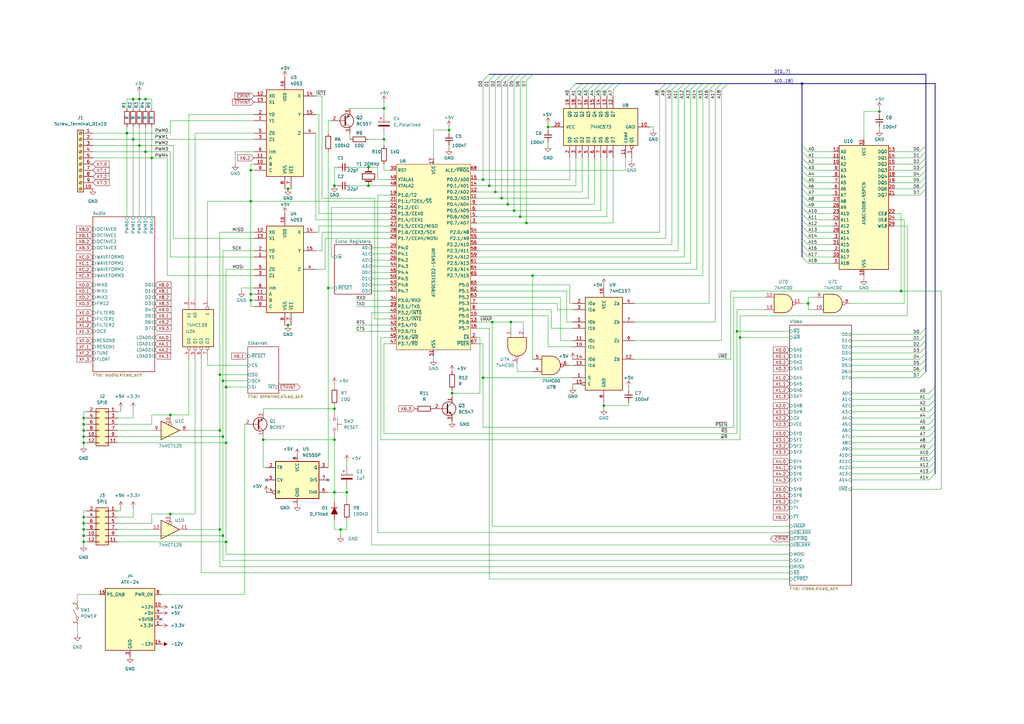
<source format=kicad_sch>
(kicad_sch (version 20250114) (generator "eeschema") (generator_version "9.0")
  (paper "A3")
  (junction (at 52.07 54.61))
  (junction (at 91.44 156.21))
  (junction (at 90.17 176.53))
  (junction (at 369.57 119.38))
  (junction (at 303.53 138.43))
  (junction (at 54.61 40.64))
  (junction (at 142.24 201.93))
  (junction (at 151.13 68.58))
  (junction (at 90.17 153.67))
  (junction (at 328.93 34.29))
  (junction (at 210.82 86.36))
  (junction (at 91.44 179.07))
  (junction (at 208.28 83.82))
  (junction (at 34.29 181.61))
  (junction (at 203.2 78.74))
  (junction (at 139.7 217.17))
  (junction (at 102.87 120.65))
  (junction (at 134.62 118.11))
  (junction (at 118.11 77.47))
  (junction (at 331.47 124.46))
  (junction (at 34.29 179.07))
  (junction (at 69.85 210.82))
  (junction (at 59.69 40.64))
  (junction (at 151.13 76.2))
  (junction (at 215.9 91.44))
  (junction (at 198.12 73.66))
  (junction (at 218.44 113.03))
  (junction (at 34.29 219.71))
  (junction (at 57.15 40.64))
  (junction (at 34.29 171.45))
  (junction (at 34.29 173.99))
  (junction (at 34.29 214.63))
  (junction (at 62.23 64.77))
  (junction (at 92.71 158.75))
  (junction (at 34.29 212.09))
  (junction (at 184.15 53.34))
  (junction (at 137.16 201.93))
  (junction (at 69.85 170.18))
  (junction (at 137.16 167.64))
  (junction (at 90.17 217.17))
  (junction (at 213.36 88.9))
  (junction (at 34.29 176.53))
  (junction (at 34.29 217.17))
  (junction (at 201.93 132.08))
  (junction (at 118.11 133.35))
  (junction (at 302.26 135.89))
  (junction (at 54.61 57.15))
  (junction (at 34.29 222.25))
  (junction (at 91.44 219.71))
  (junction (at 157.48 57.15))
  (junction (at 247.65 166.37))
  (junction (at 198.12 154.94))
  (junction (at 157.48 44.45))
  (junction (at 137.16 76.2))
  (junction (at 107.95 180.34))
  (junction (at 200.66 76.2))
  (junction (at 102.87 69.85))
  (junction (at 137.16 180.34))
  (junction (at 102.87 82.55))
  (junction (at 92.71 181.61))
  (junction (at 205.74 81.28))
  (junction (at 57.15 59.69))
  (junction (at 185.42 161.29))
  (junction (at 360.68 45.72))
  (junction (at 59.69 62.23))
  (junction (at 209.55 132.08))
  (junction (at 224.79 52.07))
  (junction (at 102.87 123.19))
  (junction (at 92.71 222.25))
  (no_connect (at 109.22 196.85))
  (no_connect (at 134.62 196.85))
  (no_connect (at 66.04 254))
  (bus_entry (at 379.73 152.4) (size -2.54 2.54))
  (bus_entry (at 383.54 194.31) (size -2.54 2.54))
  (bus_entry (at 251.46 34.29) (size -2.54 2.54))
  (bus_entry (at 248.92 34.29) (size -2.54 2.54))
  (bus_entry (at 246.38 34.29) (size -2.54 2.54))
  (bus_entry (at 238.76 34.29) (size -2.54 2.54))
  (bus_entry (at 241.3 34.29) (size -2.54 2.54))
  (bus_entry (at 298.45 34.29) (size -2.54 2.54))
  (bus_entry (at 280.67 34.29) (size -2.54 2.54))
  (bus_entry (at 275.59 34.29) (size -2.54 2.54))
  (bus_entry (at 278.13 34.29) (size -2.54 2.54))
  (bus_entry (at 293.37 34.29) (size -2.54 2.54))
  (bus_entry (at 290.83 34.29) (size -2.54 2.54))
  (bus_entry (at 295.91 34.29) (size -2.54 2.54))
  (bus_entry (at 288.29 34.29) (size -2.54 2.54))
  (bus_entry (at 285.75 34.29) (size -2.54 2.54))
  (bus_entry (at 283.21 34.29) (size -2.54 2.54))
  (bus_entry (at 254 34.29) (size -2.54 2.54))
  (bus_entry (at 273.05 34.29) (size -2.54 2.54))
  (bus_entry (at 236.22 34.29) (size -2.54 2.54))
  (bus_entry (at 243.84 34.29) (size -2.54 2.54))
  (bus_entry (at 379.73 62.23) (size -2.54 2.54))
  (bus_entry (at 379.73 139.7) (size -2.54 2.54))
  (bus_entry (at 383.54 171.45) (size -2.54 2.54))
  (bus_entry (at 379.73 77.47) (size -2.54 2.54))
  (bus_entry (at 383.54 161.29) (size -2.54 2.54))
  (bus_entry (at 383.54 166.37) (size -2.54 2.54))
  (bus_entry (at 379.73 67.31) (size -2.54 2.54))
  (bus_entry (at 379.73 59.69) (size -2.54 2.54))
  (bus_entry (at 379.73 134.62) (size -2.54 2.54))
  (bus_entry (at 383.54 173.99) (size -2.54 2.54))
  (bus_entry (at 379.73 64.77) (size -2.54 2.54))
  (bus_entry (at 331.47 64.77) (size -2.54 -2.54))
  (bus_entry (at 331.47 62.23) (size -2.54 -2.54))
  (bus_entry (at 379.73 147.32) (size -2.54 2.54))
  (bus_entry (at 379.73 137.16) (size -2.54 2.54))
  (bus_entry (at 379.73 74.93) (size -2.54 2.54))
  (bus_entry (at 383.54 184.15) (size -2.54 2.54))
  (bus_entry (at 383.54 189.23) (size -2.54 2.54))
  (bus_entry (at 379.73 144.78) (size -2.54 2.54))
  (bus_entry (at 203.2 33.02) (size 2.54 -2.54))
  (bus_entry (at 200.66 33.02) (size 2.54 -2.54))
  (bus_entry (at 198.12 33.02) (size 2.54 -2.54))
  (bus_entry (at 205.74 33.02) (size 2.54 -2.54))
  (bus_entry (at 208.28 33.02) (size 2.54 -2.54))
  (bus_entry (at 213.36 33.02) (size 2.54 -2.54))
  (bus_entry (at 210.82 33.02) (size 2.54 -2.54))
  (bus_entry (at 215.9 33.02) (size 2.54 -2.54))
  (bus_entry (at 383.54 181.61) (size -2.54 2.54))
  (bus_entry (at 383.54 191.77) (size -2.54 2.54))
  (bus_entry (at 383.54 186.69) (size -2.54 2.54))
  (bus_entry (at 379.73 69.85) (size -2.54 2.54))
  (bus_entry (at 379.73 72.39) (size -2.54 2.54))
  (bus_entry (at 383.54 168.91) (size -2.54 2.54))
  (bus_entry (at 383.54 179.07) (size -2.54 2.54))
  (bus_entry (at 328.93 85.09) (size 2.54 2.54))
  (bus_entry (at 328.93 87.63) (size 2.54 2.54))
  (bus_entry (at 328.93 100.33) (size 2.54 2.54))
  (bus_entry (at 328.93 97.79) (size 2.54 2.54))
  (bus_entry (at 328.93 102.87) (size 2.54 2.54))
  (bus_entry (at 328.93 105.41) (size 2.54 2.54))
  (bus_entry (at 328.93 92.71) (size 2.54 2.54))
  (bus_entry (at 328.93 90.17) (size 2.54 2.54))
  (bus_entry (at 328.93 95.25) (size 2.54 2.54))
  (bus_entry (at 328.93 72.39) (size 2.54 2.54))
  (bus_entry (at 328.93 69.85) (size 2.54 2.54))
  (bus_entry (at 328.93 74.93) (size 2.54 2.54))
  (bus_entry (at 328.93 77.47) (size 2.54 2.54))
  (bus_entry (at 328.93 67.31) (size 2.54 2.54))
  (bus_entry (at 328.93 64.77) (size 2.54 2.54))
  (bus_entry (at 328.93 80.01) (size 2.54 2.54))
  (bus_entry (at 328.93 82.55) (size 2.54 2.54))
  (bus_entry (at 383.54 176.53) (size -2.54 2.54))
  (bus_entry (at 383.54 163.83) (size -2.54 2.54))
  (bus_entry (at 383.54 158.75) (size -2.54 2.54))
  (bus_entry (at 379.73 149.86) (size -2.54 2.54))
  (bus_entry (at 379.73 142.24) (size -2.54 2.54))
  (wire (pts (xy 154.94 68.58) (xy 151.13 68.58)))
  (bus (pts (xy 379.73 144.78) (xy 379.73 147.32)))
  (wire (pts (xy 34.29 176.53) (xy 35.56 176.53)))
  (wire (pts (xy 257.81 165.1) (xy 257.81 166.37)))
  (wire (pts (xy 246.38 86.36) (xy 210.82 86.36)))
  (wire (pts (xy 59.69 52.07) (xy 59.69 62.23)))
  (wire (pts (xy 247.65 167.64) (xy 247.65 166.37)))
  (wire (pts (xy 91.44 179.07) (xy 91.44 219.71)))
  (wire (pts (xy 334.01 121.92) (xy 331.47 121.92)))
  (wire (pts (xy 48.26 214.63) (xy 62.23 214.63)))
  (wire (pts (xy 107.95 191.77) (xy 109.22 191.77)))
  (wire (pts (xy 233.68 64.77) (xy 233.68 73.66)))
  (wire (pts (xy 142.24 199.39) (xy 142.24 201.93)))
  (bus (pts (xy 328.93 62.23) (xy 328.93 59.69)))
  (wire (pts (xy 195.58 95.25) (xy 270.51 95.25)))
  (bus (pts (xy 379.73 139.7) (xy 379.73 142.24)))
  (wire (pts (xy 34.29 219.71) (xy 34.29 222.25)))
  (wire (pts (xy 54.61 40.64) (xy 57.15 40.64)))
  (wire (pts (xy 52.07 54.61) (xy 52.07 88.9)))
  (bus (pts (xy 328.93 102.87) (xy 328.93 100.33)))
  (wire (pts (xy 349.25 137.16) (xy 377.19 137.16)))
  (wire (pts (xy 96.52 67.31) (xy 96.52 62.23)))
  (wire (pts (xy 132.08 102.87) (xy 132.08 95.25)))
  (wire (pts (xy 69.85 54.61) (xy 69.85 49.53)))
  (wire (pts (xy 132.08 81.28) (xy 132.08 39.37)))
  (bus (pts (xy 379.73 74.93) (xy 379.73 77.47)))
  (bus (pts (xy 328.93 105.41) (xy 328.93 102.87)))
  (wire (pts (xy 233.68 124.46) (xy 234.95 124.46)))
  (wire (pts (xy 205.74 33.02) (xy 205.74 81.28)))
  (wire (pts (xy 59.69 62.23) (xy 38.1 62.23)))
  (wire (pts (xy 62.23 210.82) (xy 62.23 214.63)))
  (wire (pts (xy 68.58 113.03) (xy 104.14 113.03)))
  (wire (pts (xy 152.4 114.3) (xy 160.02 114.3)))
  (wire (pts (xy 157.48 67.31) (xy 157.48 69.85)))
  (wire (pts (xy 349.25 124.46) (xy 370.84 124.46)))
  (wire (pts (xy 349.25 161.29) (xy 381 161.29)))
  (wire (pts (xy 102.87 82.55) (xy 102.87 120.65)))
  (wire (pts (xy 229.87 139.7) (xy 234.95 139.7)))
  (wire (pts (xy 91.44 156.21) (xy 91.44 179.07)))
  (wire (pts (xy 107.95 180.34) (xy 107.95 191.77)))
  (wire (pts (xy 54.61 40.64) (xy 54.61 44.45)))
  (wire (pts (xy 57.15 59.69) (xy 57.15 88.9)))
  (wire (pts (xy 299.72 119.38) (xy 299.72 147.32)))
  (wire (pts (xy 185.42 161.29) (xy 196.85 161.29)))
  (wire (pts (xy 135.89 85.09) (xy 160.02 85.09)))
  (bus (pts (xy 295.91 34.29) (xy 298.45 34.29)))
  (wire (pts (xy 38.1 64.77) (xy 62.23 64.77)))
  (wire (pts (xy 34.29 168.91) (xy 34.29 171.45)))
  (wire (pts (xy 92.71 110.49) (xy 92.71 158.75)))
  (wire (pts (xy 135.89 49.53) (xy 134.62 49.53)))
  (wire (pts (xy 118.11 133.35) (xy 119.38 133.35)))
  (wire (pts (xy 153.67 81.28) (xy 132.08 81.28)))
  (wire (pts (xy 354.33 113.03) (xy 354.33 114.3)))
  (wire (pts (xy 137.16 179.07) (xy 137.16 180.34)))
  (wire (pts (xy 34.29 181.61) (xy 34.29 182.88)))
  (wire (pts (xy 92.71 110.49) (xy 104.14 110.49)))
  (wire (pts (xy 57.15 40.64) (xy 57.15 44.45)))
  (wire (pts (xy 142.24 213.36) (xy 142.24 217.17)))
  (wire (pts (xy 228.6 127) (xy 228.6 124.46)))
  (wire (pts (xy 259.08 64.77) (xy 259.08 66.04)))
  (wire (pts (xy 331.47 105.41) (xy 341.63 105.41)))
  (wire (pts (xy 218.44 113.03) (xy 288.29 113.03)))
  (bus (pts (xy 328.93 85.09) (xy 328.93 82.55)))
  (wire (pts (xy 349.25 144.78) (xy 377.19 144.78)))
  (wire (pts (xy 116.84 133.35) (xy 118.11 133.35)))
  (wire (pts (xy 208.28 33.02) (xy 208.28 83.82)))
  (wire (pts (xy 102.87 125.73) (xy 104.14 125.73)))
  (wire (pts (xy 62.23 173.99) (xy 48.26 173.99)))
  (wire (pts (xy 143.51 76.2) (xy 151.13 76.2)))
  (wire (pts (xy 270.51 36.83) (xy 270.51 95.25)))
  (wire (pts (xy 331.47 102.87) (xy 341.63 102.87)))
  (bus (pts (xy 328.93 92.71) (xy 328.93 90.17)))
  (wire (pts (xy 57.15 59.69) (xy 38.1 59.69)))
  (wire (pts (xy 232.41 119.38) (xy 195.58 119.38)))
  (wire (pts (xy 152.4 109.22) (xy 160.02 109.22)))
  (wire (pts (xy 201.93 132.08) (xy 209.55 132.08)))
  (wire (pts (xy 331.47 74.93) (xy 341.63 74.93)))
  (wire (pts (xy 224.79 142.24) (xy 224.79 129.54)))
  (wire (pts (xy 90.17 153.67) (xy 90.17 176.53)))
  (bus (pts (xy 254 34.29) (xy 273.05 34.29)))
  (wire (pts (xy 34.29 219.71) (xy 35.56 219.71)))
  (bus (pts (xy 203.2 30.48) (xy 205.74 30.48)))
  (wire (pts (xy 54.61 57.15) (xy 104.14 57.15)))
  (wire (pts (xy 146.05 133.35) (xy 160.02 133.35)))
  (wire (pts (xy 238.76 36.83) (xy 238.76 39.37)))
  (wire (pts (xy 331.47 97.79) (xy 341.63 97.79)))
  (bus (pts (xy 383.54 173.99) (xy 383.54 176.53)))
  (wire (pts (xy 92.71 227.33) (xy 323.85 227.33)))
  (wire (pts (xy 224.79 50.8) (xy 224.79 52.07)))
  (wire (pts (xy 156.21 180.34) (xy 303.53 180.34)))
  (wire (pts (xy 224.79 52.07) (xy 226.06 52.07)))
  (wire (pts (xy 229.87 121.92) (xy 229.87 139.7)))
  (wire (pts (xy 243.84 36.83) (xy 243.84 39.37)))
  (wire (pts (xy 52.07 54.61) (xy 69.85 54.61)))
  (wire (pts (xy 302.26 127) (xy 302.26 135.89)))
  (wire (pts (xy 288.29 36.83) (xy 288.29 113.03)))
  (wire (pts (xy 195.58 110.49) (xy 285.75 110.49)))
  (wire (pts (xy 146.05 125.73) (xy 160.02 125.73)))
  (wire (pts (xy 62.23 64.77) (xy 62.23 88.9)))
  (wire (pts (xy 54.61 57.15) (xy 54.61 88.9)))
  (wire (pts (xy 367.03 69.85) (xy 377.19 69.85)))
  (wire (pts (xy 349.25 179.07) (xy 381 179.07)))
  (wire (pts (xy 198.12 154.94) (xy 198.12 175.26)))
  (wire (pts (xy 38.1 54.61) (xy 52.07 54.61)))
  (wire (pts (xy 195.58 138.43) (xy 196.85 138.43)))
  (wire (pts (xy 300.99 121.92) (xy 313.69 121.92)))
  (wire (pts (xy 153.67 130.81) (xy 160.02 130.81)))
  (wire (pts (xy 195.58 100.33) (xy 275.59 100.33)))
  (wire (pts (xy 48.26 222.25) (xy 92.71 222.25)))
  (wire (pts (xy 200.66 237.49) (xy 323.85 237.49)))
  (wire (pts (xy 96.52 62.23) (xy 104.14 62.23)))
  (wire (pts (xy 92.71 158.75) (xy 92.71 181.61)))
  (wire (pts (xy 215.9 91.44) (xy 251.46 91.44)))
  (wire (pts (xy 349.25 181.61) (xy 381 181.61)))
  (wire (pts (xy 152.4 128.27) (xy 160.02 128.27)))
  (wire (pts (xy 302.26 135.89) (xy 323.85 135.89)))
  (wire (pts (xy 49.53 209.55) (xy 48.26 209.55)))
  (wire (pts (xy 34.29 173.99) (xy 35.56 173.99)))
  (wire (pts (xy 134.62 118.11) (xy 134.62 62.23)))
  (bus (pts (xy 328.93 67.31) (xy 328.93 64.77)))
  (wire (pts (xy 273.05 36.83) (xy 273.05 97.79)))
  (wire (pts (xy 142.24 189.23) (xy 142.24 191.77)))
  (wire (pts (xy 177.8 53.34) (xy 177.8 64.77)))
  (wire (pts (xy 54.61 208.28) (xy 54.61 212.09)))
  (bus (pts (xy 328.93 82.55) (xy 328.93 80.01)))
  (bus (pts (xy 236.22 34.29) (xy 238.76 34.29)))
  (wire (pts (xy 331.47 85.09) (xy 341.63 85.09)))
  (wire (pts (xy 303.53 129.54) (xy 372.11 129.54)))
  (wire (pts (xy 224.79 58.42) (xy 224.79 59.69)))
  (wire (pts (xy 331.47 87.63) (xy 341.63 87.63)))
  (wire (pts (xy 331.47 67.31) (xy 341.63 67.31)))
  (wire (pts (xy 134.62 49.53) (xy 134.62 54.61)))
  (wire (pts (xy 248.92 88.9) (xy 248.92 64.77)))
  (wire (pts (xy 157.48 44.45) (xy 157.48 46.99)))
  (wire (pts (xy 260.35 147.32) (xy 299.72 147.32)))
  (bus (pts (xy 383.54 189.23) (xy 383.54 191.77)))
  (wire (pts (xy 203.2 78.74) (xy 238.76 78.74)))
  (wire (pts (xy 34.29 217.17) (xy 34.29 219.71)))
  (wire (pts (xy 331.47 124.46) (xy 331.47 127)))
  (wire (pts (xy 152.4 106.68) (xy 160.02 106.68)))
  (wire (pts (xy 82.55 234.95) (xy 82.55 147.32)))
  (wire (pts (xy 236.22 36.83) (xy 236.22 39.37)))
  (wire (pts (xy 370.84 90.17) (xy 370.84 124.46)))
  (bus (pts (xy 275.59 34.29) (xy 278.13 34.29)))
  (wire (pts (xy 71.12 59.69) (xy 71.12 97.79)))
  (wire (pts (xy 360.68 44.45) (xy 360.68 45.72)))
  (wire (pts (xy 200.66 33.02) (xy 200.66 76.2)))
  (wire (pts (xy 35.56 209.55) (xy 34.29 209.55)))
  (wire (pts (xy 69.85 62.23) (xy 69.85 105.41)))
  (bus (pts (xy 383.54 161.29) (xy 383.54 163.83)))
  (wire (pts (xy 137.16 180.34) (xy 107.95 180.34)))
  (wire (pts (xy 198.12 154.94) (xy 234.95 154.94)))
  (wire (pts (xy 48.26 179.07) (xy 91.44 179.07)))
  (wire (pts (xy 248.92 36.83) (xy 248.92 39.37)))
  (wire (pts (xy 295.91 36.83) (xy 295.91 139.7)))
  (wire (pts (xy 91.44 229.87) (xy 91.44 219.71)))
  (wire (pts (xy 331.47 77.47) (xy 341.63 77.47)))
  (wire (pts (xy 233.68 73.66) (xy 198.12 73.66)))
  (wire (pts (xy 71.12 97.79) (xy 104.14 97.79)))
  (wire (pts (xy 367.03 62.23) (xy 377.19 62.23)))
  (wire (pts (xy 275.59 36.83) (xy 275.59 100.33)))
  (wire (pts (xy 90.17 153.67) (xy 101.6 153.67)))
  (wire (pts (xy 196.85 138.43) (xy 196.85 161.29)))
  (wire (pts (xy 213.36 33.02) (xy 213.36 88.9)))
  (wire (pts (xy 195.58 121.92) (xy 229.87 121.92)))
  (wire (pts (xy 290.83 36.83) (xy 290.83 124.46)))
  (bus (pts (xy 283.21 34.29) (xy 285.75 34.29)))
  (wire (pts (xy 323.85 218.44) (xy 154.94 218.44)))
  (wire (pts (xy 349.25 152.4) (xy 377.19 152.4)))
  (wire (pts (xy 232.41 132.08) (xy 232.41 119.38)))
  (wire (pts (xy 62.23 40.64) (xy 59.69 40.64)))
  (wire (pts (xy 349.25 171.45) (xy 381 171.45)))
  (wire (pts (xy 200.66 134.62) (xy 200.66 237.49)))
  (wire (pts (xy 195.58 127) (xy 226.06 127)))
  (wire (pts (xy 208.28 83.82) (xy 243.84 83.82)))
  (wire (pts (xy 100.33 243.84) (xy 66.04 243.84)))
  (wire (pts (xy 198.12 140.97) (xy 195.58 140.97)))
  (wire (pts (xy 367.03 72.39) (xy 377.19 72.39)))
  (wire (pts (xy 69.85 105.41) (xy 104.14 105.41)))
  (wire (pts (xy 77.47 147.32) (xy 77.47 170.18)))
  (bus (pts (xy 379.73 69.85) (xy 379.73 72.39)))
  (wire (pts (xy 38.1 57.15) (xy 54.61 57.15)))
  (wire (pts (xy 349.25 163.83) (xy 381 163.83)))
  (wire (pts (xy 102.87 69.85) (xy 102.87 82.55)))
  (wire (pts (xy 369.57 119.38) (xy 386.08 119.38)))
  (wire (pts (xy 349.25 189.23) (xy 381 189.23)))
  (wire (pts (xy 283.21 36.83) (xy 283.21 107.95)))
  (wire (pts (xy 246.38 64.77) (xy 246.38 86.36)))
  (bus (pts (xy 383.54 166.37) (xy 383.54 168.91)))
  (wire (pts (xy 77.47 46.99) (xy 104.14 46.99)))
  (wire (pts (xy 234.95 142.24) (xy 224.79 142.24)))
  (wire (pts (xy 130.81 46.99) (xy 130.81 87.63)))
  (wire (pts (xy 34.29 222.25) (xy 35.56 222.25)))
  (wire (pts (xy 160.02 73.66) (xy 154.94 73.66)))
  (wire (pts (xy 135.89 105.41) (xy 135.89 85.09)))
  (bus (pts (xy 328.93 90.17) (xy 328.93 87.63)))
  (wire (pts (xy 152.4 223.52) (xy 152.4 128.27)))
  (wire (pts (xy 129.54 95.25) (xy 130.81 95.25)))
  (wire (pts (xy 100.33 173.99) (xy 100.33 243.84)))
  (wire (pts (xy 367.03 74.93) (xy 377.19 74.93)))
  (bus (pts (xy 328.93 69.85) (xy 328.93 67.31)))
  (wire (pts (xy 331.47 69.85) (xy 341.63 69.85)))
  (bus (pts (xy 290.83 34.29) (xy 293.37 34.29)))
  (wire (pts (xy 85.09 82.55) (xy 85.09 121.92)))
  (bus (pts (xy 328.93 64.77) (xy 328.93 62.23)))
  (wire (pts (xy 102.87 82.55) (xy 85.09 82.55)))
  (bus (pts (xy 379.73 30.48) (xy 379.73 59.69)))
  (wire (pts (xy 34.29 217.17) (xy 35.56 217.17)))
  (wire (pts (xy 152.4 104.14) (xy 160.02 104.14)))
  (bus (pts (xy 383.54 163.83) (xy 383.54 166.37)))
  (wire (pts (xy 331.47 80.01) (xy 341.63 80.01)))
  (wire (pts (xy 49.53 208.28) (xy 49.53 209.55)))
  (wire (pts (xy 133.35 110.49) (xy 133.35 97.79)))
  (wire (pts (xy 349.25 176.53) (xy 381 176.53)))
  (wire (pts (xy 69.85 170.18) (xy 62.23 170.18)))
  (wire (pts (xy 331.47 121.92) (xy 331.47 124.46)))
  (wire (pts (xy 215.9 33.02) (xy 215.9 91.44)))
  (wire (pts (xy 386.08 200.66) (xy 349.25 200.66)))
  (wire (pts (xy 154.94 80.01) (xy 160.02 80.01)))
  (wire (pts (xy 212.09 149.86) (xy 212.09 152.4)))
  (bus (pts (xy 213.36 30.48) (xy 215.9 30.48)))
  (wire (pts (xy 367.03 67.31) (xy 377.19 67.31)))
  (wire (pts (xy 195.58 105.41) (xy 280.67 105.41)))
  (wire (pts (xy 102.87 82.55) (xy 160.02 82.55)))
  (wire (pts (xy 256.54 64.77) (xy 256.54 69.85)))
  (wire (pts (xy 52.07 44.45) (xy 52.07 40.64)))
  (wire (pts (xy 195.58 97.79) (xy 273.05 97.79)))
  (wire (pts (xy 367.03 64.77) (xy 377.19 64.77)))
  (wire (pts (xy 331.47 64.77) (xy 341.63 64.77)))
  (wire (pts (xy 134.62 201.93) (xy 137.16 201.93)))
  (bus (pts (xy 205.74 30.48) (xy 208.28 30.48)))
  (bus (pts (xy 251.46 34.29) (xy 254 34.29)))
  (bus (pts (xy 379.73 62.23) (xy 379.73 64.77)))
  (wire (pts (xy 77.47 217.17) (xy 90.17 217.17)))
  (wire (pts (xy 267.97 52.07) (xy 266.7 52.07)))
  (bus (pts (xy 379.73 67.31) (xy 379.73 69.85)))
  (wire (pts (xy 54.61 167.64) (xy 54.61 171.45)))
  (wire (pts (xy 34.29 212.09) (xy 35.56 212.09)))
  (wire (pts (xy 77.47 46.99) (xy 77.47 121.92)))
  (wire (pts (xy 293.37 36.83) (xy 293.37 132.08)))
  (bus (pts (xy 243.84 34.29) (xy 246.38 34.29)))
  (wire (pts (xy 31.75 260.35) (xy 31.75 256.54)))
  (wire (pts (xy 260.35 139.7) (xy 295.91 139.7)))
  (wire (pts (xy 251.46 36.83) (xy 251.46 39.37)))
  (wire (pts (xy 349.25 191.77) (xy 381 191.77)))
  (bus (pts (xy 328.93 97.79) (xy 328.93 95.25)))
  (wire (pts (xy 139.7 217.17) (xy 139.7 219.71)))
  (bus (pts (xy 379.73 142.24) (xy 379.73 144.78)))
  (wire (pts (xy 195.58 116.84) (xy 233.68 116.84)))
  (wire (pts (xy 34.29 173.99) (xy 34.29 176.53)))
  (wire (pts (xy 331.47 127) (xy 334.01 127)))
  (bus (pts (xy 383.54 168.91) (xy 383.54 171.45)))
  (wire (pts (xy 152.4 101.6) (xy 160.02 101.6)))
  (bus (pts (xy 293.37 34.29) (xy 295.91 34.29)))
  (wire (pts (xy 146.05 135.89) (xy 160.02 135.89)))
  (wire (pts (xy 247.65 166.37) (xy 247.65 165.1)))
  (wire (pts (xy 57.15 52.07) (xy 57.15 59.69)))
  (wire (pts (xy 143.51 44.45) (xy 157.48 44.45)))
  (wire (pts (xy 349.25 168.91) (xy 381 168.91)))
  (bus (pts (xy 379.73 77.47) (xy 379.73 134.62)))
  (wire (pts (xy 386.08 119.38) (xy 386.08 200.66)))
  (wire (pts (xy 57.15 38.1) (xy 57.15 40.64)))
  (wire (pts (xy 80.01 210.82) (xy 80.01 147.32)))
  (bus (pts (xy 379.73 59.69) (xy 379.73 62.23)))
  (wire (pts (xy 303.53 138.43) (xy 323.85 138.43)))
  (wire (pts (xy 302.26 127) (xy 313.69 127)))
  (wire (pts (xy 90.17 95.25) (xy 104.14 95.25)))
  (wire (pts (xy 303.53 138.43) (xy 303.53 180.34)))
  (bus (pts (xy 215.9 30.48) (xy 218.44 30.48)))
  (wire (pts (xy 52.07 52.07) (xy 52.07 54.61)))
  (wire (pts (xy 34.29 179.07) (xy 34.29 181.61)))
  (wire (pts (xy 91.44 156.21) (xy 101.6 156.21)))
  (wire (pts (xy 367.03 90.17) (xy 370.84 90.17)))
  (wire (pts (xy 195.58 78.74) (xy 203.2 78.74)))
  (wire (pts (xy 102.87 123.19) (xy 102.87 120.65)))
  (wire (pts (xy 137.16 201.93) (xy 137.16 180.34)))
  (wire (pts (xy 328.93 124.46) (xy 331.47 124.46)))
  (wire (pts (xy 331.47 100.33) (xy 341.63 100.33)))
  (bus (pts (xy 383.54 186.69) (xy 383.54 189.23)))
  (wire (pts (xy 104.14 118.11) (xy 99.06 118.11)))
  (wire (pts (xy 349.25 154.94) (xy 377.19 154.94)))
  (wire (pts (xy 177.8 53.34) (xy 184.15 53.34)))
  (wire (pts (xy 59.69 40.64) (xy 57.15 40.64)))
  (wire (pts (xy 31.75 243.84) (xy 40.64 243.84)))
  (wire (pts (xy 209.55 132.08) (xy 209.55 134.62)))
  (wire (pts (xy 303.53 129.54) (xy 303.53 138.43)))
  (wire (pts (xy 104.14 67.31) (xy 102.87 67.31)))
  (wire (pts (xy 49.53 167.64) (xy 49.53 168.91)))
  (wire (pts (xy 137.16 213.36) (xy 137.16 217.17)))
  (wire (pts (xy 134.62 118.11) (xy 137.16 118.11)))
  (wire (pts (xy 323.85 223.52) (xy 152.4 223.52)))
  (wire (pts (xy 154.94 73.66) (xy 154.94 68.58)))
  (wire (pts (xy 213.36 88.9) (xy 248.92 88.9)))
  (bus (pts (xy 379.73 137.16) (xy 379.73 139.7)))
  (wire (pts (xy 283.21 107.95) (xy 195.58 107.95)))
  (bus (pts (xy 248.92 34.29) (xy 251.46 34.29)))
  (wire (pts (xy 302.26 177.8) (xy 302.26 135.89)))
  (wire (pts (xy 59.69 44.45) (xy 59.69 40.64)))
  (wire (pts (xy 34.29 181.61) (xy 35.56 181.61)))
  (bus (pts (xy 383.54 184.15) (xy 383.54 186.69)))
  (wire (pts (xy 285.75 36.83) (xy 285.75 110.49)))
  (bus (pts (xy 298.45 34.29) (xy 328.93 34.29)))
  (wire (pts (xy 331.47 92.71) (xy 341.63 92.71)))
  (wire (pts (xy 205.74 81.28) (xy 241.3 81.28)))
  (wire (pts (xy 349.25 142.24) (xy 377.19 142.24)))
  (wire (pts (xy 71.12 59.69) (xy 57.15 59.69)))
  (wire (pts (xy 118.11 77.47) (xy 119.38 77.47)))
  (wire (pts (xy 198.12 33.02) (xy 198.12 73.66)))
  (wire (pts (xy 133.35 97.79) (xy 160.02 97.79)))
  (wire (pts (xy 102.87 123.19) (xy 102.87 125.73)))
  (wire (pts (xy 234.95 149.86) (xy 233.68 149.86)))
  (wire (pts (xy 349.25 139.7) (xy 377.19 139.7)))
  (bus (pts (xy 383.54 179.07) (xy 383.54 181.61)))
  (wire (pts (xy 62.23 64.77) (xy 68.58 64.77)))
  (wire (pts (xy 226.06 134.62) (xy 234.95 134.62)))
  (bus (pts (xy 200.66 30.48) (xy 203.2 30.48)))
  (wire (pts (xy 85.09 149.86) (xy 85.09 147.32)))
  (wire (pts (xy 137.16 167.64) (xy 137.16 168.91)))
  (wire (pts (xy 233.68 36.83) (xy 233.68 39.37)))
  (wire (pts (xy 62.23 44.45) (xy 62.23 40.64)))
  (wire (pts (xy 198.12 175.26) (xy 300.99 175.26)))
  (wire (pts (xy 195.58 76.2) (xy 200.66 76.2)))
  (bus (pts (xy 280.67 34.29) (xy 283.21 34.29)))
  (bus (pts (xy 241.3 34.29) (xy 243.84 34.29)))
  (wire (pts (xy 157.48 140.97) (xy 160.02 140.97)))
  (wire (pts (xy 102.87 123.19) (xy 104.14 123.19)))
  (wire (pts (xy 69.85 62.23) (xy 59.69 62.23)))
  (wire (pts (xy 367.03 80.01) (xy 377.19 80.01)))
  (wire (pts (xy 349.25 194.31) (xy 381 194.31)))
  (bus (pts (xy 383.54 176.53) (xy 383.54 179.07)))
  (wire (pts (xy 160.02 90.17) (xy 129.54 90.17)))
  (wire (pts (xy 257.81 160.02) (xy 257.81 158.75)))
  (wire (pts (xy 134.62 118.11) (xy 134.62 191.77)))
  (wire (pts (xy 137.16 201.93) (xy 137.16 205.74)))
  (wire (pts (xy 92.71 158.75) (xy 101.6 158.75)))
  (wire (pts (xy 102.87 69.85) (xy 104.14 69.85)))
  (wire (pts (xy 331.47 90.17) (xy 341.63 90.17)))
  (wire (pts (xy 137.16 166.37) (xy 137.16 167.64)))
  (wire (pts (xy 52.07 40.64) (xy 54.61 40.64)))
  (wire (pts (xy 82.55 234.95) (xy 323.85 234.95)))
  (bus (pts (xy 285.75 34.29) (xy 288.29 34.29)))
  (bus (pts (xy 379.73 64.77) (xy 379.73 67.31)))
  (wire (pts (xy 137.16 68.58) (xy 138.43 68.58)))
  (wire (pts (xy 129.54 102.87) (xy 132.08 102.87)))
  (wire (pts (xy 349.25 184.15) (xy 381 184.15)))
  (wire (pts (xy 367.03 87.63) (xy 369.57 87.63)))
  (wire (pts (xy 360.68 46.99) (xy 360.68 45.72)))
  (wire (pts (xy 137.16 105.41) (xy 135.89 105.41)))
  (wire (pts (xy 200.66 76.2) (xy 236.22 76.2)))
  (wire (pts (xy 143.51 68.58) (xy 151.13 68.58)))
  (wire (pts (xy 156.21 138.43) (xy 156.21 180.34)))
  (wire (pts (xy 185.42 160.02) (xy 185.42 161.29)))
  (wire (pts (xy 247.65 166.37) (xy 257.81 166.37)))
  (wire (pts (xy 54.61 52.07) (xy 54.61 57.15)))
  (bus (pts (xy 246.38 34.29) (xy 248.92 34.29)))
  (wire (pts (xy 360.68 52.07) (xy 360.68 53.34)))
  (wire (pts (xy 184.15 59.69) (xy 184.15 60.96)))
  (wire (pts (xy 90.17 176.53) (xy 90.17 217.17)))
  (wire (pts (xy 354.33 45.72) (xy 354.33 57.15)))
  (wire (pts (xy 234.95 127) (xy 228.6 127)))
  (wire (pts (xy 157.48 41.91) (xy 157.48 44.45)))
  (wire (pts (xy 195.58 113.03) (xy 218.44 113.03)))
  (wire (pts (xy 241.3 36.83) (xy 241.3 39.37)))
  (wire (pts (xy 331.47 107.95) (xy 341.63 107.95)))
  (bus (pts (xy 238.76 34.29) (xy 241.3 34.29)))
  (wire (pts (xy 157.48 57.15) (xy 157.48 59.69)))
  (wire (pts (xy 137.16 68.58) (xy 137.16 76.2)))
  (wire (pts (xy 195.58 102.87) (xy 278.13 102.87)))
  (wire (pts (xy 107.95 179.07) (xy 107.95 180.34)))
  (bus (pts (xy 383.54 191.77) (xy 383.54 194.31)))
  (wire (pts (xy 92.71 181.61) (xy 92.71 222.25)))
  (wire (pts (xy 299.72 119.38) (xy 369.57 119.38)))
  (wire (pts (xy 132.08 39.37) (xy 129.54 39.37)))
  (wire (pts (xy 331.47 82.55) (xy 341.63 82.55)))
  (bus (pts (xy 328.93 100.33) (xy 328.93 97.79)))
  (wire (pts (xy 198.12 140.97) (xy 198.12 154.94)))
  (wire (pts (xy 331.47 95.25) (xy 341.63 95.25)))
  (wire (pts (xy 62.23 170.18) (xy 62.23 173.99)))
  (wire (pts (xy 129.54 54.61) (xy 129.54 90.17)))
  (bus (pts (xy 328.93 77.47) (xy 328.93 74.93)))
  (wire (pts (xy 34.29 179.07) (xy 35.56 179.07)))
  (wire (pts (xy 90.17 232.41) (xy 323.85 232.41)))
  (wire (pts (xy 195.58 91.44) (xy 215.9 91.44)))
  (wire (pts (xy 62.23 52.07) (xy 62.23 64.77)))
  (wire (pts (xy 157.48 54.61) (xy 157.48 57.15)))
  (wire (pts (xy 90.17 217.17) (xy 90.17 232.41)))
  (wire (pts (xy 48.26 219.71) (xy 91.44 219.71)))
  (wire (pts (xy 293.37 132.08) (xy 260.35 132.08)))
  (wire (pts (xy 99.06 118.11) (xy 99.06 119.38)))
  (wire (pts (xy 369.57 87.63) (xy 369.57 119.38)))
  (wire (pts (xy 323.85 215.9) (xy 201.93 215.9)))
  (wire (pts (xy 157.48 177.8) (xy 302.26 177.8)))
  (wire (pts (xy 157.48 177.8) (xy 157.48 140.97)))
  (wire (pts (xy 130.81 95.25) (xy 130.81 92.71)))
  (wire (pts (xy 349.25 147.32) (xy 377.19 147.32)))
  (bus (pts (xy 208.28 30.48) (xy 210.82 30.48)))
  (wire (pts (xy 195.58 132.08) (xy 201.93 132.08)))
  (wire (pts (xy 132.08 95.25) (xy 160.02 95.25)))
  (wire (pts (xy 102.87 67.31) (xy 102.87 69.85)))
  (wire (pts (xy 34.29 171.45) (xy 35.56 171.45)))
  (wire (pts (xy 354.33 45.72) (xy 360.68 45.72)))
  (wire (pts (xy 184.15 52.07) (xy 184.15 53.34)))
  (wire (pts (xy 152.4 111.76) (xy 160.02 111.76)))
  (wire (pts (xy 278.13 36.83) (xy 278.13 102.87)))
  (wire (pts (xy 234.95 132.08) (xy 232.41 132.08)))
  (wire (pts (xy 152.4 116.84) (xy 160.02 116.84)))
  (wire (pts (xy 236.22 76.2) (xy 236.22 64.77)))
  (wire (pts (xy 54.61 212.09) (xy 48.26 212.09)))
  (wire (pts (xy 185.42 162.56) (xy 185.42 161.29)))
  (wire (pts (xy 137.16 157.48) (xy 137.16 158.75)))
  (wire (pts (xy 142.24 201.93) (xy 142.24 205.74)))
  (wire (pts (xy 224.79 53.34) (xy 224.79 52.07)))
  (wire (pts (xy 101.6 149.86) (xy 85.09 149.86)))
  (wire (pts (xy 91.44 102.87) (xy 104.14 102.87)))
  (bus (pts (xy 328.93 80.01) (xy 328.93 77.47)))
  (wire (pts (xy 137.16 201.93) (xy 142.24 201.93)))
  (wire (pts (xy 210.82 33.02) (xy 210.82 86.36)))
  (wire (pts (xy 137.16 76.2) (xy 138.43 76.2)))
  (wire (pts (xy 34.29 214.63) (xy 35.56 214.63)))
  (wire (pts (xy 34.29 212.09) (xy 34.29 214.63)))
  (wire (pts (xy 34.29 171.45) (xy 34.29 173.99)))
  (wire (pts (xy 233.68 116.84) (xy 233.68 124.46)))
  (bus (pts (xy 218.44 30.48) (xy 379.73 30.48)))
  (wire (pts (xy 323.85 229.87) (xy 91.44 229.87)))
  (wire (pts (xy 214.63 132.08) (xy 209.55 132.08)))
  (wire (pts (xy 177.8 146.05) (xy 177.8 147.32)))
  (wire (pts (xy 77.47 170.18) (xy 69.85 170.18)))
  (wire (pts (xy 48.26 176.53) (xy 62.23 176.53)))
  (wire (pts (xy 34.29 214.63) (xy 34.29 217.17)))
  (wire (pts (xy 184.15 54.61) (xy 184.15 53.34)))
  (wire (pts (xy 260.35 124.46) (xy 290.83 124.46)))
  (wire (pts (xy 210.82 86.36) (xy 195.58 86.36)))
  (bus (pts (xy 379.73 134.62) (xy 379.73 137.16)))
  (wire (pts (xy 251.46 91.44) (xy 251.46 64.77)))
  (wire (pts (xy 256.54 69.85) (xy 195.58 69.85)))
  (wire (pts (xy 214.63 134.62) (xy 214.63 132.08)))
  (bus (pts (xy 273.05 34.29) (xy 275.59 34.29)))
  (bus (pts (xy 328.93 72.39) (xy 328.93 69.85)))
  (wire (pts (xy 34.29 176.53) (xy 34.29 179.07)))
  (wire (pts (xy 228.6 124.46) (xy 195.58 124.46)))
  (wire (pts (xy 116.84 77.47) (xy 118.11 77.47)))
  (bus (pts (xy 379.73 72.39) (xy 379.73 74.93)))
  (bus (pts (xy 288.29 34.29) (xy 290.83 34.29)))
  (wire (pts (xy 224.79 129.54) (xy 195.58 129.54)))
  (wire (pts (xy 151.13 57.15) (xy 157.48 57.15)))
  (wire (pts (xy 218.44 113.03) (xy 218.44 147.32)))
  (wire (pts (xy 34.29 222.25) (xy 34.29 223.52)))
  (wire (pts (xy 137.16 217.17) (xy 139.7 217.17)))
  (bus (pts (xy 328.93 59.69) (xy 328.93 34.29)))
  (bus (pts (xy 379.73 149.86) (xy 379.73 152.4)))
  (wire (pts (xy 243.84 83.82) (xy 243.84 64.77)))
  (wire (pts (xy 349.25 166.37) (xy 381 166.37)))
  (wire (pts (xy 80.01 210.82) (xy 69.85 210.82)))
  (wire (pts (xy 54.61 171.45) (xy 48.26 171.45)))
  (bus (pts (xy 383.54 171.45) (xy 383.54 173.99)))
  (bus (pts (xy 383.54 34.29) (xy 383.54 158.75)))
  (wire (pts (xy 48.26 217.17) (xy 62.23 217.17)))
  (wire (pts (xy 226.06 127) (xy 226.06 134.62)))
  (wire (pts (xy 195.58 134.62) (xy 200.66 134.62)))
  (wire (pts (xy 241.3 81.28) (xy 241.3 64.77)))
  (wire (pts (xy 49.53 168.91) (xy 48.26 168.91)))
  (wire (pts (xy 80.01 54.61) (xy 104.14 54.61)))
  (wire (pts (xy 212.09 152.4) (xy 218.44 152.4)))
  (wire (pts (xy 195.58 83.82) (xy 208.28 83.82)))
  (wire (pts (xy 143.51 54.61) (xy 143.51 57.15)))
  (wire (pts (xy 48.26 181.61) (xy 92.71 181.61)))
  (wire (pts (xy 34.29 209.55) (xy 34.29 212.09)))
  (wire (pts (xy 372.11 92.71) (xy 372.11 129.54)))
  (wire (pts (xy 69.85 210.82) (xy 62.23 210.82)))
  (wire (pts (xy 367.03 77.47) (xy 377.19 77.47)))
  (wire (pts (xy 59.69 62.23) (xy 59.69 88.9)))
  (wire (pts (xy 31.75 246.38) (xy 31.75 243.84)))
  (wire (pts (xy 139.7 217.17) (xy 142.24 217.17)))
  (wire (pts (xy 267.97 53.34) (xy 267.97 52.07)))
  (wire (pts (xy 129.54 110.49) (xy 133.35 110.49)))
  (wire (pts (xy 146.05 123.19) (xy 160.02 123.19)))
  (wire (pts (xy 349.25 149.86) (xy 377.19 149.86)))
  (wire (pts (xy 69.85 49.53) (xy 104.14 49.53)))
  (wire (pts (xy 129.54 46.99) (xy 130.81 46.99)))
  (wire (pts (xy 349.25 196.85) (xy 381 196.85)))
  (wire (pts (xy 331.47 72.39) (xy 341.63 72.39)))
  (wire (pts (xy 130.81 92.71) (xy 160.02 92.71)))
  (wire (pts (xy 198.12 73.66) (xy 195.58 73.66)))
  (wire (pts (xy 203.2 33.02) (xy 203.2 78.74)))
  (wire (pts (xy 35.56 168.91) (xy 34.29 168.91)))
  (wire (pts (xy 160.02 138.43) (xy 156.21 138.43)))
  (wire (pts (xy 152.4 119.38) (xy 160.02 119.38)))
  (wire (pts (xy 68.58 113.03) (xy 68.58 64.77)))
  (wire (pts (xy 77.47 176.53) (xy 90.17 176.53)))
  (wire (pts (xy 160.02 87.63) (xy 130.81 87.63)))
  (wire (pts (xy 300.99 121.92) (xy 300.99 175.26)))
  (wire (pts (xy 91.44 102.87) (xy 91.44 156.21)))
  (wire (pts (xy 195.58 88.9) (xy 213.36 88.9)))
  (bus (pts (xy 328.93 95.25) (xy 328.93 92.71)))
  (bus (pts (xy 328.93 74.93) (xy 328.93 72.39)))
  (wire (pts (xy 349.25 173.99) (xy 381 173.99)))
  (wire (pts (xy 90.17 95.25) (xy 90.17 153.67)))
  (bus (pts (xy 210.82 30.48) (xy 213.36 30.48)))
  (wire (pts (xy 195.58 81.28) (xy 205.74 81.28)))
  (wire (pts (xy 153.67 130.81) (xy 153.67 81.28)))
  (wire (pts (xy 331.47 62.23) (xy 341.63 62.23)))
  (wire (pts (xy 367.03 92.71) (xy 372.11 92.71)))
  (wire (pts (xy 246.38 36.83) (xy 246.38 39.37)))
  (bus (pts (xy 278.13 34.29) (xy 280.67 34.29)))
  (wire (pts (xy 157.48 69.85) (xy 160.02 69.85)))
  (bus (pts (xy 379.73 147.32) (xy 379.73 149.86)))
  (wire (pts (xy 349.25 186.69) (xy 381 186.69)))
  (bus (pts (xy 383.54 158.75) (xy 383.54 161.29)))
  (wire (pts (xy 151.13 76.2) (xy 160.02 76.2)))
  (bus (pts (xy 328.93 87.63) (xy 328.93 85.09)))
  (wire (pts (xy 238.76 78.74) (xy 238.76 64.77)))
  (wire (pts (xy 201.93 132.08) (xy 201.93 215.9)))
  (bus (pts (xy 383.54 181.61) (xy 383.54 184.15)))
  (wire (pts (xy 107.95 167.64) (xy 107.95 168.91)))
  (wire (pts (xy 154.94 80.01) (xy 154.94 218.44)))
  (wire (pts (xy 102.87 120.65) (xy 104.14 120.65)))
  (wire (pts (xy 92.71 222.25) (xy 92.71 227.33)))
  (wire (pts (xy 280.67 36.83) (xy 280.67 105.41)))
  (wire (pts (xy 80.01 121.92) (xy 80.01 54.61)))
  (wire (pts (xy 137.16 167.64) (xy 107.95 167.64)))
  (wire (pts (xy 234.95 157.48) (xy 234.95 158.75)))
  (bus (pts (xy 328.93 34.29) (xy 383.54 34.29)))
  (label "D4" (at 208.28 33.02 270))
  (label "A8" (at 331.47 82.55 0))
  (label "PWM3" (at 63.5 62.23 0))
  (label "D2" (at 377.19 67.31 180))
  (label "A10" (at 275.59 36.83 270))
  (label "A13" (at 377.19 194.31 0))
  (label "A14" (at 331.47 97.79 0))
  (label "A6" (at 377.19 176.53 0))
  (label "A0" (at 377.19 161.29 0))
  (label "D0" (at 198.12 33.02 270))
  (label "D3" (at 377.19 144.78 180))
  (label "D2" (at 377.19 142.24 180))
  (label "D3" (at 205.74 33.02 270))
  (label "D6" (at 377.19 77.47 180))
  (label "D0" (at 377.19 137.16 180))
  (label "A8" (at 270.51 36.83 270))
  (label "A9" (at 377.19 184.15 0))
  (label "A4" (at 377.19 171.45 0))
  (label "A6" (at 334.01 77.47 180))
  (label "A10" (at 377.19 186.69 0))
  (label "PWM0" (at 63.5 54.61 0))
  (label "TXD" (at 146.05 125.73 0))
  (label "D7" (at 377.19 80.01 180))
  (label "A12" (at 377.19 191.77 0))
  (label "D5" (at 377.19 149.86 180))
  (label "A3" (at 241.3 36.83 270))
  (label "A13" (at 283.21 36.83 270))
  (label "A13" (at 331.47 95.25 0))
  (label "A1" (at 334.01 64.77 180))
  (label "~{PSEN}" (at 298.45 175.26 180))
  (label "A17" (at 293.37 36.83 270))
  (label "A12" (at 280.67 36.83 270))
  (label "PWM4" (at 63.5 64.77 0))
  (label "A17" (at 331.47 105.41 0))
  (label "A3" (at 334.01 69.85 180))
  (label "A15" (at 288.29 36.83 270))
  (label "A1" (at 236.22 36.83 270))
  (label "~{VME}" (at 298.45 147.32 180))
  (label "A11" (at 331.47 90.17 0))
  (label "A16" (at 290.83 36.83 270))
  (label "~{INT1}" (at 129.54 39.37 0))
  (label "RXD" (at 146.05 123.19 0))
  (label "SCK" (at 95.25 102.87 0))
  (label "D3" (at 377.19 69.85 180))
  (label "D4" (at 377.19 147.32 180))
  (label "D5" (at 210.82 33.02 270))
  (label "PWM2" (at 63.5 59.69 0))
  (label "A18" (at 295.91 36.83 270))
  (label "D[0..7]" (at 317.5 30.48 0))
  (label "A9" (at 273.05 36.83 270))
  (label "A6" (at 248.92 36.83 270))
  (label "D6" (at 377.19 152.4 180))
  (label "A14" (at 377.19 196.85 0))
  (label "A9" (at 331.47 85.09 0))
  (label "MOSI" (at 95.25 110.49 0))
  (label "D2" (at 203.2 33.02 270))
  (label "A2" (at 334.01 67.31 180))
  (label "CTS" (at 146.05 135.89 0))
  (label "A10" (at 331.47 87.63 0))
  (label "A2" (at 238.76 36.83 270))
  (label "A0" (at 233.68 36.83 270))
  (label "D7" (at 377.19 154.94 180))
  (label "PWM1" (at 63.5 57.15 0))
  (label "D0" (at 377.19 62.23 180))
  (label "A15" (at 331.47 100.33 0))
  (label "D6" (at 213.36 33.02 270))
  (label "A7" (at 377.19 179.07 0))
  (label "A4" (at 243.84 36.83 270))
  (label "D7" (at 215.9 33.02 270))
  (label "A7" (at 251.46 36.83 270))
  (label "A14" (at 285.75 36.83 270))
  (label "MISO" (at 95.25 95.25 0))
  (label "D1" (at 377.19 139.7 180))
  (label "A5" (at 246.38 36.83 270))
  (label "A3" (at 377.19 168.91 0))
  (label "A5" (at 377.19 173.99 0))
  (label "A16" (at 331.47 102.87 0))
  (label "A18" (at 331.47 107.95 0))
  (label "D5" (at 377.19 74.93 180))
  (label "~{RD}" (at 298.45 177.8 180))
  (label "RTS" (at 146.05 133.35 0))
  (label "A8" (at 377.19 181.61 0))
  (label "A2" (at 377.19 166.37 0))
  (label "A4" (at 334.01 72.39 180))
  (label "D4" (at 377.19 72.39 180))
  (label "~{VMAP}" (at 196.85 132.08 0))
  (label "D1" (at 377.19 64.77 180))
  (label "A7" (at 334.01 80.01 180))
  (label "D1" (at 200.66 33.02 270))
  (label "A5" (at 334.01 74.93 180))
  (label "A0" (at 334.01 62.23 180))
  (label "A[0..18]" (at 317.5 34.29 0))
  (label "A11" (at 278.13 36.83 270))
  (label "A12" (at 331.47 92.71 0))
  (label "A1" (at 377.19 163.83 0))
  (label "~{WR}" (at 298.45 180.34 180))
  (label "A11" (at 377.19 189.23 0))
  (global_label "XD.3" (shape input) (at 38.1 124.46 180) (property "Intersheetrefs" "${INTERSHEET_REFS}" (effects (hide yes))))
  (global_label "XA.1" (shape input) (at 63.5 140.97 0) (property "Intersheetrefs" "${INTERSHEET_REFS}" (effects (hide yes))))
  (global_label "~{ETHINT}" (shape input) (at 104.14 41.91 180) (property "Intersheetrefs" "${INTERSHEET_REFS}" (effects (hide yes))))
  (global_label "X8.0" (shape input) (at 63.5 116.84 0) (property "Intersheetrefs" "${INTERSHEET_REFS}" (effects (hide yes))))
  (global_label "XD.1" (shape input) (at 38.1 119.38 180) (property "Intersheetrefs" "${INTERSHEET_REFS}" (effects (hide yes))))
  (global_label "XD.2" (shape input) (at 38.1 121.92 180) (property "Intersheetrefs" "${INTERSHEET_REFS}" (effects (hide yes))))
  (global_label "XB.3" (shape input) (at 38.1 101.6 180) (property "Intersheetrefs" "${INTERSHEET_REFS}" (effects (hide yes))))
  (global_label "X5.1" (shape input) (at 323.85 203.2 180) (property "Intersheetrefs" "${INTERSHEET_REFS}" (effects (hide yes))))
  (global_label "X0.2" (shape input) (at 323.85 148.59 180) (property "Intersheetrefs" "${INTERSHEET_REFS}" (effects (hide yes))))
  (global_label "XB.0" (shape input) (at 38.1 93.98 180) (property "Intersheetrefs" "${INTERSHEET_REFS}" (effects (hide yes))))
  (global_label "X8.2" (shape input) (at 63.5 121.92 0) (property "Intersheetrefs" "${INTERSHEET_REFS}" (effects (hide yes))))
  (global_label "X2.1" (shape input) (at 323.85 168.91 180) (property "Intersheetrefs" "${INTERSHEET_REFS}" (effects (hide yes))))
  (global_label "X1.1" (shape input) (at 323.85 157.48 180) (property "Intersheetrefs" "${INTERSHEET_REFS}" (effects (hide yes))))
  (global_label "XF.0" (shape input) (at 38.1 139.7 180) (property "Intersheetrefs" "${INTERSHEET_REFS}" (effects (hide yes))))
  (global_label "X7.1" (shape input) (at 38.1 69.85 0) (property "Intersheetrefs" "${INTERSHEET_REFS}" (effects (hide yes))))
  (global_label "X6.0" (shape input) (at 323.85 212.09 180) (property "Intersheetrefs" "${INTERSHEET_REFS}" (effects (hide yes))))
  (global_label "X9.2" (shape input) (at 63.5 132.08 0) (property "Intersheetrefs" "${INTERSHEET_REFS}" (effects (hide yes))))
  (global_label "XE.1" (shape input) (at 38.1 130.81 180) (property "Intersheetrefs" "${INTERSHEET_REFS}" (effects (hide yes))))
  (global_label "XB.1" (shape input) (at 38.1 96.52 180) (property "Intersheetrefs" "${INTERSHEET_REFS}" (effects (hide yes))))
  (global_label "XF.1" (shape input) (at 38.1 142.24 180) (property "Intersheetrefs" "${INTERSHEET_REFS}" (effects (hide yes))))
  (global_label "X5.2" (shape input) (at 323.85 205.74 180) (property "Intersheetrefs" "${INTERSHEET_REFS}" (effects (hide yes))))
  (global_label "X4.1" (shape input) (at 323.85 191.77 180) (property "Intersheetrefs" "${INTERSHEET_REFS}" (effects (hide yes))))
  (global_label "X4.2" (shape input) (at 323.85 194.31 180) (property "Intersheetrefs" "${INTERSHEET_REFS}" (effects (hide yes))))
  (global_label "X9.3" (shape input) (at 63.5 134.62 0) (property "Intersheetrefs" "${INTERSHEET_REFS}" (effects (hide yes))))
  (global_label "X3.2" (shape input) (at 323.85 182.88 180) (property "Intersheetrefs" "${INTERSHEET_REFS}" (effects (hide yes))))
  (global_label "X9.0" (shape input) (at 63.5 127 0) (property "Intersheetrefs" "${INTERSHEET_REFS}" (effects (hide yes))))
  (global_label "XD.0" (shape input) (at 38.1 116.84 180) (property "Intersheetrefs" "${INTERSHEET_REFS}" (effects (hide yes))))
  (global_label "XE.3" (shape input) (at 38.1 135.89 180) (property "Intersheetrefs" "${INTERSHEET_REFS}" (effects (hide yes))))
  (global_label "XA.0" (shape input) (at 63.5 138.43 0) (property "Intersheetrefs" "${INTERSHEET_REFS}" (effects (hide yes))))
  (global_label "X3.3" (shape input) (at 323.85 185.42 180) (property "Intersheetrefs" "${INTERSHEET_REFS}" (effects (hide yes))))
  (global_label "X4.0" (shape input) (at 323.85 189.23 180) (property "Intersheetrefs" "${INTERSHEET_REFS}" (effects (hide yes))))
  (global_label "XC.0" (shape input) (at 38.1 105.41 180) (property "Intersheetrefs" "${INTERSHEET_REFS}" (effects (hide yes))))
  (global_label "XC.1" (shape input) (at 38.1 107.95 180) (property "Intersheetrefs" "${INTERSHEET_REFS}" (effects (hide yes))))
  (global_label "~{CPINT}" (shape input) (at 104.14 39.37 180) (property "Intersheetrefs" "${INTERSHEET_REFS}" (effects (hide yes))))
  (global_label "X4.3" (shape input) (at 323.85 196.85 180) (property "Intersheetrefs" "${INTERSHEET_REFS}" (effects (hide yes))))
  (global_label "X0.1" (shape input) (at 323.85 146.05 180) (property "Intersheetrefs" "${INTERSHEET_REFS}" (effects (hide yes))))
  (global_label "X2.0" (shape input) (at 323.85 166.37 180) (property "Intersheetrefs" "${INTERSHEET_REFS}" (effects (hide yes))))
  (global_label "X6.2" (shape input) (at 104.14 64.77 180) (property "Intersheetrefs" "${INTERSHEET_REFS}" (effects (hide yes))))
  (global_label "XF.2" (shape input) (at 38.1 144.78 180) (property "Intersheetrefs" "${INTERSHEET_REFS}" (effects (hide yes))))
  (global_label "X1.0" (shape input) (at 323.85 154.94 180) (property "Intersheetrefs" "${INTERSHEET_REFS}" (effects (hide yes))))
  (global_label "X3.0" (shape input) (at 323.85 177.8 180) (property "Intersheetrefs" "${INTERSHEET_REFS}" (effects (hide yes))))
  (global_label "XA.3" (shape input) (at 63.5 146.05 0) (property "Intersheetrefs" "${INTERSHEET_REFS}" (effects (hide yes))))
  (global_label "X2.3" (shape input) (at 323.85 173.99 180) (property "Intersheetrefs" "${INTERSHEET_REFS}" (effects (hide yes))))
  (global_label "XB.2" (shape input) (at 38.1 99.06 180) (property "Intersheetrefs" "${INTERSHEET_REFS}" (effects (hide yes))))
  (global_label "XE.2" (shape input) (at 38.1 133.35 180) (property "Intersheetrefs" "${INTERSHEET_REFS}" (effects (hide yes))))
  (global_label "X5.0" (shape input) (at 323.85 200.66 180) (property "Intersheetrefs" "${INTERSHEET_REFS}" (effects (hide yes))))
  (global_label "X3.1" (shape input) (at 323.85 180.34 180) (property "Intersheetrefs" "${INTERSHEET_REFS}" (effects (hide yes))))
  (global_label "X2.2" (shape input) (at 323.85 171.45 180) (property "Intersheetrefs" "${INTERSHEET_REFS}" (effects (hide yes))))
  (global_label "XF.3" (shape input) (at 38.1 147.32 180) (property "Intersheetrefs" "${INTERSHEET_REFS}" (effects (hide yes))))
  (global_label "XE.0" (shape input) (at 38.1 128.27 180) (property "Intersheetrefs" "${INTERSHEET_REFS}" (effects (hide yes))))
  (global_label "X5.3" (shape input) (at 323.85 208.28 180) (property "Intersheetrefs" "${INTERSHEET_REFS}" (effects (hide yes))))
  (global_label "X0.3" (shape input) (at 323.85 151.13 180) (property "Intersheetrefs" "${INTERSHEET_REFS}" (effects (hide yes))))
  (global_label "XC.2" (shape input) (at 38.1 110.49 180) (property "Intersheetrefs" "${INTERSHEET_REFS}" (effects (hide yes))))
  (global_label "XA.2" (shape input) (at 63.5 143.51 0) (property "Intersheetrefs" "${INTERSHEET_REFS}" (effects (hide yes))))
  (global_label "XC.3" (shape input) (at 38.1 113.03 180) (property "Intersheetrefs" "${INTERSHEET_REFS}" (effects (hide yes))))
  (global_label "X6.1" (shape input) (at 101.6 146.05 180) (property "Intersheetrefs" "${INTERSHEET_REFS}" (effects (hide yes))))
  (global_label "~{ETHINT}" (shape output) (at 114.3 158.75 0) (property "Intersheetrefs" "${INTERSHEET_REFS}" (effects (hide yes))))
  (global_label "X1.3" (shape input) (at 323.85 162.56 180) (property "Intersheetrefs" "${INTERSHEET_REFS}" (effects (hide yes))))
  (global_label "X7.2" (shape input) (at 38.1 72.39 0) (property "Intersheetrefs" "${INTERSHEET_REFS}" (effects (hide yes))))
  (global_label "X7.3" (shape input) (at 38.1 74.93 0) (property "Intersheetrefs" "${INTERSHEET_REFS}" (effects (hide yes))))
  (global_label "X7.0" (shape input) (at 38.1 67.31 0) (property "Intersheetrefs" "${INTERSHEET_REFS}" (effects (hide yes))))
  (global_label "X8.1" (shape input) (at 63.5 119.38 0) (property "Intersheetrefs" "${INTERSHEET_REFS}" (effects (hide yes))))
  (global_label "X8.3" (shape input) (at 63.5 124.46 0) (property "Intersheetrefs" "${INTERSHEET_REFS}" (effects (hide yes))))
  (global_label "X0.0" (shape input) (at 323.85 143.51 180) (property "Intersheetrefs" "${INTERSHEET_REFS}" (effects (hide yes))))
  (global_label "~{CPINT}" (shape output) (at 323.85 220.98 180) (property "Intersheetrefs" "${INTERSHEET_REFS}" (effects (hide yes))))
  (global_label "X6.3" (shape input) (at 170.18 167.64 180) (property "Intersheetrefs" "${INTERSHEET_REFS}" (effects (hide yes))))
  (global_label "X9.1" (shape input) (at 63.5 129.54 0) (property "Intersheetrefs" "${INTERSHEET_REFS}" (effects (hide yes))))
  (global_label "X1.2" (shape input) (at 323.85 160.02 180) (property "Intersheetrefs" "${INTERSHEET_REFS}" (effects (hide yes))))
  (symbol (lib_id "Device:C_Small") (at 360.68 49.53 180) (unit 1)
    (property "Reference" "C8" (at 363.22 48.26 0) (effects (justify right)))
    (property "Value" "100nF" (at 361.95 52.07 0) (effects (justify right)))
  )
  (symbol (lib_id "power:GND") (at 360.68 53.34 0) (mirror y) (unit 1)
    (property "Reference" "#PWR045" (effects (hide yes)))
    (property "Value" "GND" (at 360.68 57.15 0))
    (property "Description" "Power symbol creates a global label with name \"GND\" , ground" (effects (hide yes)))
  )
  (symbol (lib_id "Transistor_BJT:BC557") (at 140.97 49.53 0) (mirror x) (unit 1)
    (property "Reference" "Q2" (at 146.05 48.2599 0) (effects (justify left)))
    (property "Value" "BC557" (at 146.05 50.7999 0) (effects (justify left)))
    (property "Footprint" "Package_TO_SOT_THT:TO-92_Inline" (effects (hide yes)))
    (property "Datasheet" "https://www.onsemi.com/pub/Collateral/BC556BTA-D.pdf" (effects (hide yes)))
    (property "Description" "0.1A Ic, 45V Vce, PNP Small Signal Transistor, TO-92" (effects (hide yes)))
  )
  (symbol (lib_id "power:GND") (at 234.95 158.75 0) (unit 1)
    (property "Reference" "#PWR037" (effects (hide yes)))
    (property "Value" "GND" (at 234.95 162.56 0))
    (property "Description" "Power symbol creates a global label with name \"GND\" , ground" (effects (hide yes)))
  )
  (symbol (lib_id "power:GND") (at 177.8 147.32 0) (unit 1)
    (property "Reference" "#PWR029" (effects (hide yes)))
    (property "Value" "GND" (at 177.8 151.13 0))
    (property "Description" "Power symbol creates a global label with name \"GND\" , ground" (effects (hide yes)))
  )
  (symbol (lib_id "74xx:74HC00") (at 321.31 124.46 0) (unit 4)
    (property "Reference" "U7" (at 321.3017 115.57 0))
    (property "Value" "74HC00" (at 321.3017 118.11 0))
    (property "Datasheet" "http://www.ti.com/lit/gpn/sn74hc00" (effects (hide yes)))
    (property "Description" "quad 2-input NAND gate" (effects (hide yes)))
  )
  (symbol (lib_id "power:+12V") (at 66.04 248.92 270) (unit 1)
    (property "Reference" "#PWR011" (effects (hide yes)))
    (property "Value" "+12V" (at 69.85 248.9199 90) (effects (justify left)))
    (property "Description" "Power symbol creates a global label with name \"+12V\"" (effects (hide yes)))
  )
  (symbol (lib_id "power:GND") (at 34.29 182.88 0) (unit 1)
    (property "Reference" "#PWR02" (effects (hide yes)))
    (property "Value" "GND" (at 34.29 187.96 0))
    (property "Description" "Power symbol creates a global label with name \"GND\" , ground" (effects (hide yes)))
  )
  (symbol (lib_id "power:GND") (at 137.16 76.2 0) (mirror y) (unit 1)
    (property "Reference" "#PWR024" (effects (hide yes)))
    (property "Value" "GND" (at 137.16 80.01 0))
    (property "Description" "Power symbol creates a global label with name \"GND\" , ground" (effects (hide yes)))
  )
  (symbol (lib_id "power:+3.3V") (at 54.61 167.64 0) (unit 1)
    (property "Reference" "#PWR08" (effects (hide yes)))
    (property "Value" "+3.3V" (at 54.61 162.56 0))
    (property "Description" "Power symbol creates a global label with name \"+3.3V\"" (effects (hide yes)))
  )
  (symbol (lib_id "power:GND") (at 259.08 66.04 0) (unit 1)
    (property "Reference" "#PWR041" (effects (hide yes)))
    (property "Value" "GND" (at 259.08 69.85 0))
    (property "Description" "Power symbol creates a global label with name \"GND\" , ground" (effects (hide yes)))
  )
  (symbol (lib_id "Device:C_Small") (at 224.79 55.88 0) (mirror x) (unit 1)
    (property "Reference" "C6" (at 222.25 54.61 0) (effects (justify right)))
    (property "Value" "100nF" (at 223.52 58.42 0) (effects (justify right)))
  )
  (symbol (lib_id "Device:R") (at 54.61 48.26 0) (unit 1)
    (property "Reference" "R2" (at 53.34 44.45 90) (effects (justify left)))
    (property "Value" "R" (at 54.61 48.26 90))
    (property "Description" "Resistor" (effects (hide yes)))
  )
  (symbol (lib_id "Device:C_Polarized") (at 142.24 195.58 0) (unit 1)
    (property "Reference" "C3" (at 146.05 193.4209 0) (effects (justify left)))
    (property "Value" "1µF" (at 146.05 195.9609 0) (effects (justify left)))
    (property "Description" "Polarized capacitor" (effects (hide yes)))
  )
  (symbol (lib_id "power:+5V") (at 157.48 41.91 0) (mirror y) (unit 1)
    (property "Reference" "#PWR028" (effects (hide yes)))
    (property "Value" "+5V" (at 157.48 38.1 0))
    (property "Description" "Power symbol creates a global label with name \"+5V\"" (effects (hide yes)))
  )
  (symbol (lib_id "fnx51:AT89C51ED2-SMSUM") (at 177.8 105.41 0) (unit 1)
    (property "Reference" "U6" (at 163.83 66.04 0) (effects (justify left)))
    (property "Value" "AT89C51ED2-SMSUM" (at 177.8 121.92 90) (effects (justify left)))
  )
  (symbol (lib_id "power:+3.3V") (at 66.04 256.54 270) (unit 1)
    (property "Reference" "#PWR013" (effects (hide yes)))
    (property "Value" "+3.3V" (at 69.85 256.5399 90) (effects (justify left)))
    (property "Description" "Power symbol creates a global label with name \"+3.3V\"" (effects (hide yes)))
  )
  (symbol (lib_id "power:GND") (at 267.97 53.34 0) (unit 1)
    (property "Reference" "#PWR042" (effects (hide yes)))
    (property "Value" "GND" (at 267.97 57.15 0))
    (property "Description" "Power symbol creates a global label with name \"GND\" , ground" (effects (hide yes)))
  )
  (symbol (lib_id "power:GND") (at 53.34 269.24 0) (unit 1)
    (property "Reference" "#PWR07" (effects (hide yes)))
    (property "Value" "GND" (at 53.34 274.32 0))
    (property "Description" "Power symbol creates a global label with name \"GND\" , ground" (effects (hide yes)))
  )
  (symbol (lib_id "Memory_RAM:AS6C4008-55PCN") (at 354.33 85.09 0) (unit 1)
    (property "Reference" "U10" (at 345.948 57.912 0) (effects (justify left)))
    (property "Value" "AS6C4008-55PCN" (at 354.33 92.202 90) (effects (justify left)))
    (property "Footprint" "Package_DIP:DIP-32_W15.24mm" (effects (hide yes)))
    (property "Datasheet" "https://www.alliancememory.com/wp-content/uploads/pdf/AS6C4008.pdf" (effects (hide yes)))
    (property "Description" "512K x 8 Low Power CMOS RAM, DIP-32" (effects (hide yes)))
  )
  (symbol (lib_id "power:GND") (at 118.11 77.47 0) (unit 1)
    (property "Reference" "#PWR020" (effects (hide yes)))
    (property "Value" "GND" (at 118.11 81.28 0))
    (property "Description" "Power symbol creates a global label with name \"GND\" , ground" (effects (hide yes)))
  )
  (symbol (lib_id "Switch:SW_SPST") (at 31.75 251.46 90) (unit 1)
    (property "Reference" "SW1" (at 33.02 250.1899 90) (effects (justify right)))
    (property "Value" "POWER" (at 33.02 252.7299 90) (effects (justify right)))
    (property "Description" "Single Pole Single Throw (SPST) switch" (effects (hide yes)))
  )
  (symbol (lib_id "power:+5V") (at 137.16 157.48 0) (unit 1)
    (property "Reference" "#PWR025" (effects (hide yes)))
    (property "Value" "+5V" (at 140.97 156.21 0))
    (property "Description" "Power symbol creates a global label with name \"+5V\"" (effects (hide yes)))
  )
  (symbol (lib_id "power:GND") (at 31.75 260.35 0) (unit 1)
    (property "Reference" "#PWR01" (effects (hide yes)))
    (property "Value" "GND" (at 31.75 265.43 0))
    (property "Description" "Power symbol creates a global label with name \"GND\" , ground" (effects (hide yes)))
  )
  (symbol (lib_id "74xx:74HC00") (at 226.06 149.86 0) (mirror x) (unit 2)
    (property "Reference" "U7" (at 226.06 158.75 0))
    (property "Value" "74HC00" (at 226.0517 156.21 0))
    (property "Datasheet" "http://www.ti.com/lit/gpn/sn74hc00" (effects (hide yes)))
    (property "Description" "quad 2-input NAND gate" (effects (hide yes)))
  )
  (symbol (lib_id "power:GND") (at 139.7 219.71 0) (unit 1)
    (property "Reference" "#PWR026" (effects (hide yes)))
    (property "Value" "GND" (at 144.78 220.98 0))
    (property "Description" "Power symbol creates a global label with name \"GND\" , ground" (effects (hide yes)))
  )
  (symbol (lib_id "74xx:74LS125") (at 69.85 217.17 0) (mirror x) (unit 4)
    (property "Reference" "U1" (at 73.66 213.36 0))
    (property "Value" "74HCT125" (at 69.85 223.52 0))
    (property "Datasheet" "http://www.ti.com/lit/gpn/sn74LS125" (effects (hide yes)))
    (property "Description" "Quad buffer 3-State outputs" (effects (hide yes)))
  )
  (symbol (lib_id "74xx:74HC00") (at 212.09 142.24 90) (mirror x) (unit 1)
    (property "Reference" "U7" (at 207.01 147.32 90))
    (property "Value" "74HC00" (at 207.01 149.86 90))
    (property "Datasheet" "http://www.ti.com/lit/gpn/sn74hc00" (effects (hide yes)))
    (property "Description" "quad 2-input NAND gate" (effects (hide yes)))
  )
  (symbol (lib_id "power:GND") (at 354.33 114.3 0) (unit 1)
    (property "Reference" "#PWR043" (effects (hide yes)))
    (property "Value" "GND" (at 354.33 118.11 0))
    (property "Description" "Power symbol creates a global label with name \"GND\" , ground" (effects (hide yes)))
  )
  (symbol (lib_id "power:+5V") (at 49.53 167.64 0) (unit 1)
    (property "Reference" "#PWR05" (effects (hide yes)))
    (property "Value" "+5V" (at 46.99 162.56 0) (effects (justify left)))
    (property "Description" "Power symbol creates a global label with name \"+5V\"" (effects (hide yes)))
  )
  (symbol (lib_id "Switch:SW_Push") (at 137.16 173.99 270) (unit 1)
    (property "Reference" "SW2" (at 140.97 172.7199 90) (effects (justify left)))
    (property "Value" "RESET" (at 140.97 175.2599 90) (effects (justify left)))
    (property "Description" "Push button switch, generic, two pins" (effects (hide yes)))
  )
  (symbol (lib_id "power:+5V") (at 121.92 186.69 0) (unit 1)
    (property "Reference" "#PWR022" (effects (hide yes)))
    (property "Value" "+5V" (at 118.11 184.15 0))
    (property "Description" "Power symbol creates a global label with name \"+5V\"" (effects (hide yes)))
  )
  (symbol (lib_id "power:GND") (at 99.06 119.38 0) (unit 1)
    (property "Reference" "#PWR016" (effects (hide yes)))
    (property "Value" "GND" (at 99.06 123.19 0))
    (property "Description" "Power symbol creates a global label with name \"GND\" , ground" (effects (hide yes)))
  )
  (symbol (lib_id "Device:R") (at 147.32 57.15 270) (mirror x) (unit 1)
    (property "Reference" "R9" (at 147.32 54.61 90))
    (property "Value" "10Ω" (at 147.32 59.69 90))
    (property "Description" "Resistor" (effects (hide yes)))
  )
  (symbol (lib_id "power:GND") (at 184.15 60.96 0) (mirror y) (unit 1)
    (property "Reference" "#PWR031" (effects (hide yes)))
    (property "Value" "GND" (at 184.15 64.77 0))
    (property "Description" "Power symbol creates a global label with name \"GND\" , ground" (effects (hide yes)))
  )
  (symbol (lib_id "power:GND") (at 96.52 67.31 0) (unit 1)
    (property "Reference" "#PWR015" (effects (hide yes)))
    (property "Value" "GND" (at 96.52 71.12 0))
    (property "Description" "Power symbol creates a global label with name \"GND\" , ground" (effects (hide yes)))
  )
  (symbol (lib_id "Device:R") (at 142.24 209.55 0) (unit 1)
    (property "Reference" "R8" (at 144.78 208.2799 0) (effects (justify left)))
    (property "Value" "100kΩ" (at 144.78 210.8199 0) (effects (justify left)))
    (property "Description" "Resistor" (effects (hide yes)))
  )
  (symbol (lib_id "power:+5V") (at 360.68 44.45 0) (mirror y) (unit 1)
    (property "Reference" "#PWR044" (effects (hide yes)))
    (property "Value" "+5V" (at 360.68 40.64 0))
    (property "Description" "Power symbol creates a global label with name \"+5V\"" (effects (hide yes)))
  )
  (symbol (lib_id "power:+5V") (at 109.22 201.93 0) (unit 1)
    (property "Reference" "#PWR017" (effects (hide yes)))
    (property "Value" "+5V" (at 105.41 199.39 0))
    (property "Description" "Power symbol creates a global label with name \"+5V\"" (effects (hide yes)))
  )
  (symbol (lib_id "power:+5V") (at 116.84 87.63 0) (unit 1)
    (property "Reference" "#PWR019" (effects (hide yes)))
    (property "Value" "+5V" (at 116.84 83.82 0))
    (property "Description" "Power symbol creates a global label with name \"+5V\"" (effects (hide yes)))
  )
  (symbol (lib_id "Device:C_Small") (at 140.97 76.2 270) (mirror x) (unit 1)
    (property "Reference" "C2" (at 139.7 72.39 90))
    (property "Value" "22pF" (at 144.78 77.47 90))
    (property "Description" "Unpolarized capacitor, small symbol" (effects (hide yes)))
  )
  (symbol (lib_id "power:GND") (at 121.92 207.01 0) (unit 1)
    (property "Reference" "#PWR023" (effects (hide yes)))
    (property "Value" "GND" (at 116.84 208.28 0))
    (property "Description" "Power symbol creates a global label with name \"GND\" , ground" (effects (hide yes)))
  )
  (symbol (lib_id "74xx:74LS157") (at 247.65 139.7 0) (unit 1)
    (property "Reference" "U9" (at 249.7933 116.84 0) (effects (justify left)))
    (property "Value" "74HC157" (at 249.7933 119.38 0) (effects (justify left)))
    (property "Datasheet" "http://www.ti.com/lit/gpn/sn74LS157" (effects (hide yes)))
    (property "Description" "Quad 2 to 1 line Multiplexer" (effects (hide yes)))
  )
  (symbol (lib_id "power:+5V") (at 49.53 208.28 0) (unit 1)
    (property "Reference" "#PWR06" (effects (hide yes)))
    (property "Value" "+5V" (at 46.99 203.2 0) (effects (justify left)))
    (property "Description" "Power symbol creates a global label with name \"+5V\"" (effects (hide yes)))
  )
  (symbol (lib_id "Device:D_Filled") (at 137.16 209.55 90) (mirror x) (unit 1)
    (property "Reference" "D1" (at 134.62 208.2799 90) (effects (justify left)))
    (property "Value" "D_Filled" (at 134.62 210.8199 90) (effects (justify left)))
    (property "Description" "Diode, filled shape" (effects (hide yes)))
    (property "Sim.Device" "D" (effects (hide yes)))
    (property "Sim.Pins" "1=K 2=A" (effects (hide yes)))
  )
  (symbol (lib_id "4xxx:4053") (at 116.84 54.61 0) (unit 1)
    (property "Reference" "U3" (at 119.0341 31.75 0) (effects (justify left)))
    (property "Value" "4053" (at 119.0341 34.29 0) (effects (justify left)))
    (property "Datasheet" "http://www.intersil.com/content/dam/Intersil/documents/cd40/cd4051bms-52bms-53bms.pdf" (effects (hide yes)))
    (property "Description" "Triple analog Multiplexer 2 to 1 line" (effects (hide yes)))
  )
  (symbol (lib_id "Device:R") (at 157.48 63.5 0) (unit 1)
    (property "Reference" "R10" (at 152.4 62.23 0) (effects (justify left)))
    (property "Value" "1kΩ" (at 160.02 62.23 0) (effects (justify left)))
    (property "Description" "Resistor" (effects (hide yes)))
  )
  (symbol (lib_id "74xx:74LS139") (at 80.01 134.62 90) (mirror x) (unit 1)
    (property "Reference" "U2" (at 76.2 135.89 90) (effects (justify right)))
    (property "Value" "74HC139" (at 76.2 133.35 90) (effects (justify right)))
    (property "Datasheet" "http://www.ti.com/lit/ds/symlink/sn74ls139a.pdf" (effects (hide yes)))
    (property "Description" "Dual Decoder 1 of 4, Active low outputs" (effects (hide yes)))
  )
  (symbol (lib_id "power:GND") (at 224.79 59.69 0) (unit 1)
    (property "Reference" "#PWR035" (effects (hide yes)))
    (property "Value" "GND" (at 224.79 64.77 0))
    (property "Description" "Power symbol creates a global label with name \"GND\" , ground" (effects (hide yes)))
  )
  (symbol (lib_id "Transistor_BJT:BC557") (at 105.41 173.99 0) (mirror x) (unit 1)
    (property "Reference" "Q1" (at 110.49 172.7199 0) (effects (justify left)))
    (property "Value" "BC557" (at 110.49 175.2599 0) (effects (justify left)))
    (property "Footprint" "Package_TO_SOT_THT:TO-92_Inline" (effects (hide yes)))
    (property "Datasheet" "https://www.onsemi.com/pub/Collateral/BC556BTA-D.pdf" (effects (hide yes)))
    (property "Description" "0.1A Ic, 45V Vce, PNP Small Signal Transistor, TO-92" (effects (hide yes)))
  )
  (symbol (lib_id "power:+3.3V") (at 54.61 208.28 0) (unit 1)
    (property "Reference" "#PWR09" (effects (hide yes)))
    (property "Value" "+3.3V" (at 54.61 203.2 0))
    (property "Description" "Power symbol creates a global label with name \"+3.3V\"" (effects (hide yes)))
  )
  (symbol (lib_id "power:GND") (at 38.1 77.47 0) (unit 1)
    (property "Reference" "#PWR04" (effects (hide yes)))
    (property "Value" "GND" (at 38.1 82.55 0))
    (property "Description" "Power symbol creates a global label with name \"GND\" , ground" (effects (hide yes)))
  )
  (symbol (lib_id "Device:R") (at 134.62 58.42 0) (unit 1)
    (property "Reference" "R6" (at 137.16 57.1499 0) (effects (justify left)))
    (property "Value" "100kΩ" (at 137.16 59.6899 0) (effects (justify left)))
    (property "Description" "Resistor" (effects (hide yes)))
  )
  (symbol (lib_id "74xx:74LS125") (at 69.85 176.53 0) (mirror x) (unit 3)
    (property "Reference" "U1" (at 73.66 172.72 0))
    (property "Value" "74HCT125" (at 69.85 182.88 0))
    (property "Datasheet" "http://www.ti.com/lit/gpn/sn74LS125" (effects (hide yes)))
    (property "Description" "Quad buffer 3-State outputs" (effects (hide yes)))
  )
  (symbol (lib_id "Device:C_Small") (at 140.97 68.58 90) (mirror x) (unit 1)
    (property "Reference" "C1" (at 139.7 64.77 90))
    (property "Value" "22pF" (at 144.78 69.85 90))
    (property "Description" "Unpolarized capacitor, small symbol" (effects (hide yes)))
  )
  (symbol (lib_id "Transistor_BJT:BC547") (at 182.88 167.64 0) (unit 1)
    (property "Reference" "Q3" (at 187.96 166.3699 0) (effects (justify left)))
    (property "Value" "BC547" (at 187.96 168.9099 0) (effects (justify left)))
    (property "Footprint" "Package_TO_SOT_THT:TO-92_Inline" (effects (hide yes)))
    (property "Datasheet" "https://www.onsemi.com/pub/Collateral/BC550-D.pdf" (effects (hide yes)))
    (property "Description" "0.1A Ic, 45V Vce, Small Signal NPN Transistor, TO-92" (effects (hide yes)))
  )
  (symbol (lib_id "power:+5V") (at 257.81 158.75 0) (unit 1)
    (property "Reference" "#PWR040" (effects (hide yes)))
    (property "Value" "+5V" (at 257.81 154.94 0))
    (property "Description" "Power symbol creates a global label with name \"+5V\"" (effects (hide yes)))
  )
  (symbol (lib_id "Connector:Screw_Terminal_01x10") (at 33.02 64.77 0) (mirror y) (unit 1)
    (property "Reference" "J1" (at 33.02 48.26 0))
    (property "Value" "Screw_Terminal_01x10" (at 33.02 50.8 0))
    (property "Description" "Generic screw terminal, single row, 01x10, script generated (kicad-library-utils/schlib/autogen/connector/)" (effects (hide yes)))
  )
  (symbol (lib_id "power:GND") (at 247.65 167.64 0) (unit 1)
    (property "Reference" "#PWR039" (effects (hide yes)))
    (property "Value" "GND" (at 247.65 171.45 0))
    (property "Description" "Power symbol creates a global label with name \"GND\" , ground" (effects (hide yes)))
  )
  (symbol (lib_id "power:+5V") (at 66.04 251.46 270) (unit 1)
    (property "Reference" "#PWR012" (effects (hide yes)))
    (property "Value" "+5V" (at 69.85 251.4599 90) (effects (justify left)))
    (property "Description" "Power symbol creates a global label with name \"+5V\"" (effects (hide yes)))
  )
  (symbol (lib_id "power:+5V") (at 57.15 38.1 0) (mirror y) (unit 1)
    (property "Reference" "#PWR010" (effects (hide yes)))
    (property "Value" "+5V" (at 57.15 34.29 0))
    (property "Description" "Power symbol creates a global label with name \"+5V\"" (effects (hide yes)))
  )
  (symbol (lib_id "Device:R") (at 52.07 48.26 0) (unit 1)
    (property "Reference" "R1" (at 50.8 44.45 90) (effects (justify left)))
    (property "Value" "R" (at 52.07 48.26 90))
    (property "Description" "Resistor" (effects (hide yes)))
  )
  (symbol (lib_id "74xx:74LS573") (at 246.38 52.07 90) (unit 1)
    (property "Reference" "U8" (at 256.54 43.18 90))
    (property "Value" "74HC573" (at 246.38 52.07 90))
    (property "Datasheet" "74xx/74hc573.pdf" (effects (hide yes)))
  )
  (symbol (lib_id "Device:C_Small") (at 184.15 57.15 180) (unit 1)
    (property "Reference" "C5" (at 186.69 55.88 0) (effects (justify right)))
    (property "Value" "100nF" (at 185.42 59.69 0) (effects (justify right)))
  )
  (symbol (lib_id "power:-12V") (at 66.04 264.16 270) (unit 1)
    (property "Reference" "#PWR014" (effects (hide yes)))
    (property "Value" "-12V" (at 69.85 264.1599 90) (effects (justify left)))
    (property "Description" "Power symbol creates a global label with name \"-12V\"" (effects (hide yes)))
  )
  (symbol (lib_id "power:+5V") (at 247.65 116.84 0) (unit 1)
    (property "Reference" "#PWR038" (effects (hide yes)))
    (property "Value" "+5V" (at 245.11 116.84 0))
    (property "Description" "Power symbol creates a global label with name \"+5V\"" (effects (hide yes)))
  )
  (symbol (lib_id "Device:R") (at 59.69 48.26 0) (unit 1)
    (property "Reference" "R4" (at 58.42 44.45 90) (effects (justify left)))
    (property "Value" "R" (at 59.69 48.26 90))
    (property "Description" "Resistor" (effects (hide yes)))
  )
  (symbol (lib_id "power:+5V") (at 184.15 52.07 0) (mirror y) (unit 1)
    (property "Reference" "#PWR030" (effects (hide yes)))
    (property "Value" "+5V" (at 184.15 48.26 0))
    (property "Description" "Power symbol creates a global label with name \"+5V\"" (effects (hide yes)))
  )
  (symbol (lib_id "Device:R") (at 137.16 162.56 0) (unit 1)
    (property "Reference" "R7" (at 139.7 161.2899 0) (effects (justify left)))
    (property "Value" "10Ω" (at 139.7 163.8299 0) (effects (justify left)))
    (property "Description" "Resistor" (effects (hide yes)))
  )
  (symbol (lib_id "Device:R") (at 57.15 48.26 0) (unit 1)
    (property "Reference" "R3" (at 55.88 44.45 90) (effects (justify left)))
    (property "Value" "R" (at 57.15 48.26 90))
    (property "Description" "Resistor" (effects (hide yes)))
  )
  (symbol (lib_id "Device:Crystal") (at 151.13 72.39 90) (mirror x) (unit 1)
    (property "Reference" "Y1" (at 147.32 67.31 90))
    (property "Value" "20MHz" (at 152.4 67.31 90))
    (property "Description" "Two pin crystal" (effects (hide yes)))
  )
  (symbol (lib_id "Device:C_Polarized") (at 157.48 50.8 0) (unit 1)
    (property "Reference" "C4" (at 161.29 48.6409 0) (effects (justify left)))
    (property "Value" "C_Polarized" (at 161.29 51.1809 0) (effects (justify left)))
    (property "Description" "Polarized capacitor" (effects (hide yes)))
  )
  (symbol (lib_id "Device:C_Small") (at 257.81 162.56 0) (unit 1)
    (property "Reference" "C7" (at 260.35 161.2962 0) (effects (justify left)))
    (property "Value" "100nF" (at 260.35 163.8362 0) (effects (justify left)))
  )
  (symbol (lib_id "power:+5V") (at 142.24 189.23 0) (unit 1)
    (property "Reference" "#PWR027" (effects (hide yes)))
    (property "Value" "+5V" (at 146.05 187.96 0))
    (property "Description" "Power symbol creates a global label with name \"+5V\"" (effects (hide yes)))
  )
  (symbol (lib_id "Connector:ATX-24") (at 53.34 254 0) (unit 1)
    (property "Reference" "J4" (at 53.34 236.22 0))
    (property "Value" "ATX-24" (at 53.34 238.76 0))
    (property "Datasheet" "https://www.intel.com/content/dam/www/public/us/en/documents/guides/power-supply-design-guide-june.pdf#page=33" (effects (hide yes)))
    (property "Description" "ATX Power supply 24pins" (effects (hide yes)))
  )
  (symbol (lib_id "74xx:74HC00") (at 341.63 124.46 0) (unit 3)
    (property "Reference" "U7" (at 341.6217 115.57 0))
    (property "Value" "74HC00" (at 341.6217 118.11 0))
    (property "Datasheet" "http://www.ti.com/lit/gpn/sn74hc00" (effects (hide yes)))
    (property "Description" "quad 2-input NAND gate" (effects (hide yes)))
  )
  (symbol (lib_id "4xxx:4053") (at 116.84 110.49 0) (unit 1)
    (property "Reference" "U4" (at 119.0341 87.63 0) (effects (justify left)))
    (property "Value" "4053" (at 119.0341 90.17 0) (effects (justify left)))
    (property "Datasheet" "http://www.intersil.com/content/dam/Intersil/documents/cd40/cd4051bms-52bms-53bms.pdf" (effects (hide yes)))
    (property "Description" "Triple analog Multiplexer 2 to 1 line" (effects (hide yes)))
  )
  (symbol (lib_id "Device:R") (at 62.23 48.26 0) (unit 1)
    (property "Reference" "R5" (at 60.96 44.45 90) (effects (justify left)))
    (property "Value" "R" (at 62.23 48.26 90))
    (property "Description" "Resistor" (effects (hide yes)))
  )
  (symbol (lib_id "Connector_Generic:Conn_02x06_Odd_Even") (at 43.18 214.63 0) (mirror y) (unit 1)
    (property "Reference" "J3" (at 41.91 203.2 0))
    (property "Value" "SPI1" (at 41.91 205.74 0))
    (property "Description" "Generic connector, double row, 02x06, odd/even pin numbering scheme (row 1 odd numbers, row 2 even numbers), script generated (kicad-library-utils/schlib/autogen/connector/)" (effects (hide yes)))
  )
  (symbol (lib_id "power:+5V") (at 224.79 50.8 0) (unit 1)
    (property "Reference" "#PWR034" (effects (hide yes)))
    (property "Value" "+5V" (at 222.25 46.99 0) (effects (justify left)))
    (property "Description" "Power symbol creates a global label with name \"+5V\"" (effects (hide yes)))
  )
  (symbol (lib_id "power:GND") (at 185.42 172.72 0) (unit 1)
    (property "Reference" "#PWR033" (effects (hide yes)))
    (property "Value" "GND" (at 190.5 173.99 0))
    (property "Description" "Power symbol creates a global label with name \"GND\" , ground" (effects (hide yes)))
  )
  (symbol (lib_id "power:+5V") (at 116.84 31.75 0) (mirror y) (unit 1)
    (property "Reference" "#PWR018" (effects (hide yes)))
    (property "Value" "+5V" (at 116.84 27.94 0))
    (property "Description" "Power symbol creates a global label with name \"+5V\"" (effects (hide yes)))
  )
  (symbol (lib_id "Device:R") (at 185.42 156.21 0) (unit 1)
    (property "Reference" "R12" (at 187.96 154.9399 0) (effects (justify left)))
    (property "Value" "R" (at 187.96 157.4799 0) (effects (justify left)))
    (property "Description" "Resistor" (effects (hide yes)))
  )
  (symbol (lib_id "Device:R") (at 173.99 167.64 90) (unit 1)
    (property "Reference" "R11" (at 173.99 161.29 90))
    (property "Value" "R" (at 173.99 163.83 90))
    (property "Description" "Resistor" (effects (hide yes)))
  )
  (symbol (lib_id "Timer:NE555P") (at 121.92 196.85 0) (unit 1)
    (property "Reference" "U5" (at 124.0633 184.15 0) (effects (justify left)))
    (property "Value" "NE555P" (at 124.0633 186.69 0) (effects (justify left)))
    (property "Footprint" "Package_DIP:DIP-8_W7.62mm" (effects (hide yes)))
    (property "Datasheet" "http://www.ti.com/lit/ds/symlink/ne555.pdf" (effects (hide yes)))
    (property "Description" "Precision Timers, 555 compatible,  PDIP-8" (effects (hide yes)))
  )
  (symbol (lib_id "Connector_Generic:Conn_02x06_Odd_Even") (at 43.18 173.99 0) (mirror y) (unit 1)
    (property "Reference" "J2" (at 41.91 162.56 0))
    (property "Value" "SPI0" (at 41.91 165.1 0))
    (property "Description" "Generic connector, double row, 02x06, odd/even pin numbering scheme (row 1 odd numbers, row 2 even numbers), script generated (kicad-library-utils/schlib/autogen/connector/)" (effects (hide yes)))
  )
  (symbol (lib_id "power:+5V") (at 185.42 152.4 0) (unit 1)
    (property "Reference" "#PWR032" (effects (hide yes)))
    (property "Value" "+5V" (at 189.23 151.13 0))
    (property "Description" "Power symbol creates a global label with name \"+5V\"" (effects (hide yes)))
  )
  (symbol (lib_id "power:GND") (at 118.11 133.35 0) (unit 1)
    (property "Reference" "#PWR021" (effects (hide yes)))
    (property "Value" "GND" (at 118.11 137.16 0))
    (property "Description" "Power symbol creates a global label with name \"GND\" , ground" (effects (hide yes)))
  )
  (symbol (lib_id "power:GND") (at 34.29 223.52 0) (unit 1)
    (property "Reference" "#PWR03" (effects (hide yes)))
    (property "Value" "GND" (at 34.29 228.6 0))
    (property "Description" "Power symbol creates a global label with name \"GND\" , ground" (effects (hide yes)))
  )
  (symbol (lib_id "power:+5V") (at 234.95 147.32 0) (unit 1)
    (property "Reference" "#PWR036" (effects (hide yes)))
    (property "Value" "+5V" (at 231.14 146.05 0))
    (property "Description" "Power symbol creates a global label with name \"+5V\"" (effects (hide yes)))
  )
  (sheet (at 101.6 142.24) (size 12.7 19.05) (stroke (width 0.1524))
    (property "Sheetname" "Ethernet" (at 101.6 141.5284 0) (effects (justify left bottom)))
    (property "Sheetfile" "ethernet.kicad_sch" (at 101.6 161.8746 0) (effects (justify left top)))
    (pin "SO" output (at 101.6 153.67 180))
    (pin "~{RESET}" input (at 101.6 146.05 180))
    (pin "SI" input (at 101.6 158.75 180))
    (pin "SCK" input (at 101.6 156.21 180))
    (pin "CS" input (at 101.6 149.86 180))
    (pin "~{INT}" output (at 114.3 158.75 0))
  )
  (sheet (at 323.85 133.35) (size 25.4 106.68) (stroke (width 0.1524))
    (property "Sheetname" "Video" (at 323.85 132.6384 0) (effects (justify left bottom)))
    (property "Sheetfile" "video.kicad_sch" (at 323.85 240.6146 0) (effects (justify left top)))
    (pin "A12" input (at 349.25 191.77 0))
    (pin "A13" input (at 349.25 194.31 0))
    (pin "A9" input (at 349.25 184.15 0))
    (pin "A11" input (at 349.25 189.23 0))
    (pin "A10" input (at 349.25 186.69 0))
    (pin "A14" input (at 349.25 196.85 0))
    (pin "A8" input (at 349.25 181.61 0))
    (pin "D6" bidirectional (at 349.25 152.4 0))
    (pin "D4" bidirectional (at 349.25 147.32 0))
    (pin "D5" bidirectional (at 349.25 149.86 0))
    (pin "D7" bidirectional (at 349.25 154.94 0))
    (pin "D3" bidirectional (at 349.25 144.78 0))
    (pin "A4" input (at 349.25 171.45 0))
    (pin "A6" input (at 349.25 176.53 0))
    (pin "A3" input (at 349.25 168.91 0))
    (pin "A0" input (at 349.25 161.29 0))
    (pin "A5" input (at 349.25 173.99 0))
    (pin "A2" input (at 349.25 166.37 0))
    (pin "A1" input (at 349.25 163.83 0))
    (pin "A7" input (at 349.25 179.07 0))
    (pin "D1" bidirectional (at 349.25 139.7 0))
    (pin "D2" bidirectional (at 349.25 142.24 0))
    (pin "~{WR}" input (at 323.85 138.43 180))
    (pin "~{RD}" input (at 323.85 135.89 180))
    (pin "D0" bidirectional (at 349.25 137.16 0))
    (pin "VCE" input (at 323.85 173.99 180))
    (pin "SX2" input (at 323.85 148.59 180))
    (pin "SX3" input (at 323.85 151.13 180))
    (pin "SX5" input (at 323.85 157.48 180))
    (pin "SX4" input (at 323.85 154.94 180))
    (pin "SX7" input (at 323.85 162.56 180))
    (pin "SX8" input (at 323.85 166.37 180))
    (pin "SX1" input (at 323.85 146.05 180))
    (pin "SX0" input (at 323.85 143.51 180))
    (pin "SX6" input (at 323.85 160.02 180))
    (pin "SX9" input (at 323.85 168.91 180))
    (pin "SY0" input (at 323.85 177.8 180))
    (pin "SY3" input (at 323.85 185.42 180))
    (pin "SY4" input (at 323.85 189.23 180))
    (pin "SY5" input (at 323.85 191.77 180))
    (pin "SY6" input (at 323.85 194.31 180))
    (pin "SY8" input (at 323.85 200.66 180))
    (pin "SY9" input (at 323.85 203.2 180))
    (pin "SY7" input (at 323.85 196.85 180))
    (pin "SY2" input (at 323.85 182.88 180))
    (pin "SY1" input (at 323.85 180.34 180))
    (pin "ZX" input (at 323.85 171.45 180))
    (pin "ZY" input (at 323.85 205.74 180))
    (pin "TY" input (at 323.85 208.28 180))
    (pin "~{FY}" input (at 323.85 212.09 180))
    (pin "~{HBLANK}" output (at 323.85 218.44 180))
    (pin "~{VBLANK}" output (at 323.85 223.52 180))
    (pin "~{VME}" input (at 349.25 200.66 0))
    (pin "~{VMAP}" input (at 323.85 215.9 180))
    (pin "~{SS}" input (at 323.85 234.95 180))
    (pin "MOSI" input (at 323.85 227.33 180))
    (pin "SCK" input (at 323.85 229.87 180))
    (pin "MISO" output (at 323.85 232.41 180))
    (pin "~{CPRST}" input (at 323.85 237.49 180))
    (pin "~{CPIRQ}" output (at 323.85 220.98 180))
  )
  (sheet (at 38.1 88.9) (size 25.4 63.5) (stroke (width 0.1524))
    (property "Sheetname" "Audio" (at 38.1 88.1884 0) (effects (justify left bottom)))
    (property "Sheetfile" "audio.kicad_sch" (at 38.1 152.9846 0) (effects (justify left top)))
    (pin "OCTAVE0" input (at 38.1 93.98 180))
    (pin "OCTAVE1" input (at 38.1 96.52 180))
    (pin "OCTAVE2" input (at 38.1 99.06 180))
    (pin "OCTAVE3" input (at 38.1 101.6 180))
    (pin "PWM3" input (at 59.69 88.9 90))
    (pin "WAVEFORM0" input (at 38.1 105.41 180))
    (pin "WAVEFORM1" input (at 38.1 107.95 180))
    (pin "DC3" input (at 38.1 135.89 180))
    (pin "WAVEFORM2" input (at 38.1 110.49 180))
    (pin "FM12" input (at 38.1 124.46 180))
    (pin "WAVEFORM3" input (at 38.1 113.03 180))
    (pin "PWM2" input (at 57.15 88.9 90))
    (pin "PWM1" input (at 54.61 88.9 90))
    (pin "PWM0" input (at 52.07 88.9 90))
    (pin "PWM4" input (at 62.23 88.9 90))
    (pin "MIX2" input (at 38.1 121.92 180))
    (pin "MIX1" input (at 38.1 119.38 180))
    (pin "FILTER0" input (at 38.1 128.27 180))
    (pin "FILTER1" input (at 38.1 130.81 180))
    (pin "FILTER2" input (at 38.1 133.35 180))
    (pin "MIX0" input (at 38.1 116.84 180))
    (pin "D0" input (at 63.5 116.84 0))
    (pin "D1" input (at 63.5 119.38 0))
    (pin "D2" input (at 63.5 121.92 0))
    (pin "D7" input (at 63.5 134.62 0))
    (pin "D3" input (at 63.5 124.46 0))
    (pin "D4" input (at 63.5 127 0))
    (pin "D5" input (at 63.5 129.54 0))
    (pin "D6" input (at 63.5 132.08 0))
    (pin "LOAD0" input (at 63.5 138.43 0))
    (pin "LOAD1" input (at 63.5 140.97 0))
    (pin "LOAD2" input (at 63.5 143.51 0))
    (pin "LOAD3" input (at 63.5 146.05 0))
    (pin "RESON0" input (at 38.1 139.7 180))
    (pin "RESON1" input (at 38.1 142.24 180))
    (pin "TUNE" input (at 38.1 144.78 180))
    (pin "FLOAT" input (at 38.1 147.32 180))
  )
  (sheet (at 137.16 100.33) (size 15.24 20.32) (stroke (width 0.1524))
    (property "Sheetname" "Extra Registers" (at 144.78 99.06 0))
    (property "Sheetfile" "xregs.kicad_sch" (effects (hide yes)))
    (pin "A2" input (at 152.4 106.68 0))
    (pin "D3" input (at 152.4 119.38 0))
    (pin "A0" input (at 152.4 101.6 0))
    (pin "A1" input (at 152.4 104.14 0))
    (pin "~{RESET}" input (at 137.16 118.11 180))
    (pin "~{W}" input (at 137.16 105.41 180))
    (pin "D2" input (at 152.4 116.84 0))
    (pin "D1" input (at 152.4 114.3 0))
    (pin "D0" input (at 152.4 111.76 0))
    (pin "A3" input (at 152.4 109.22 0))
  )
)
</source>
